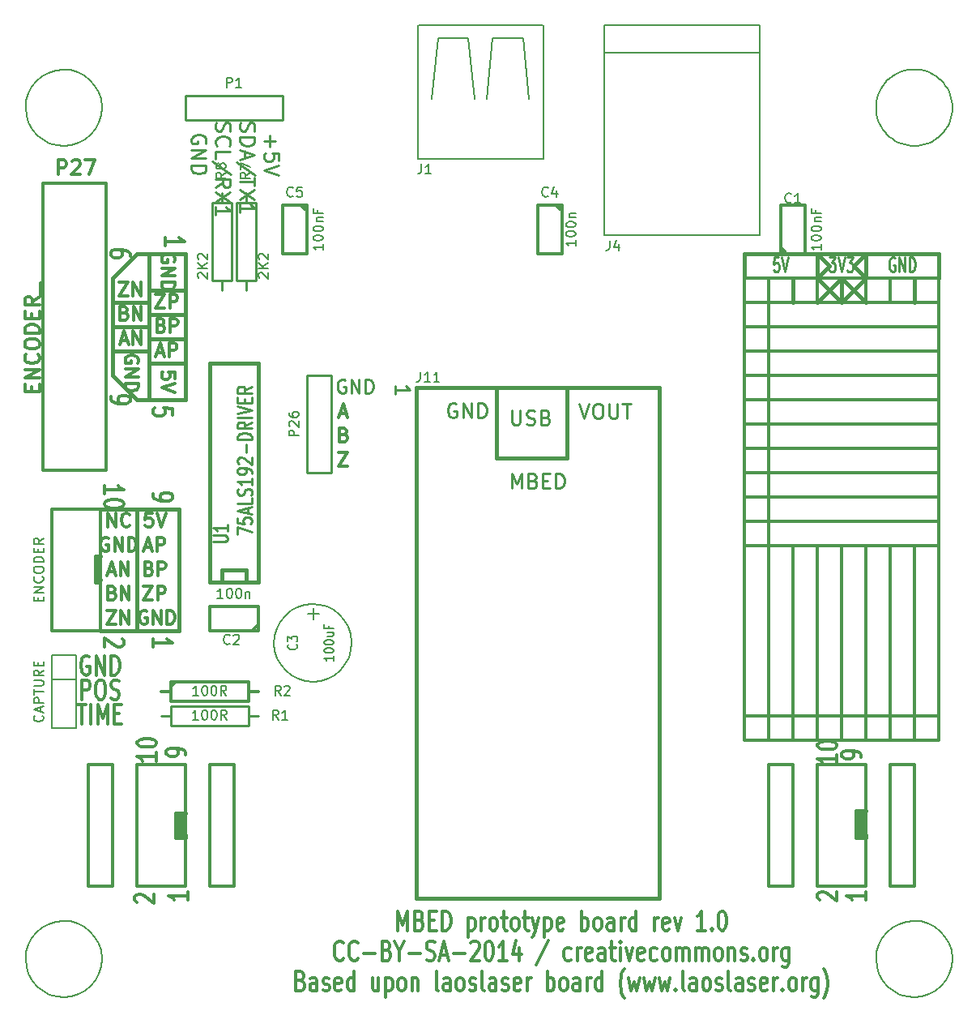
<source format=gto>
G04 (created by PCBNEW-RS274X (2012-01-19 BZR 3256)-stable) date 5/12/2014 21:22:13*
G01*
G70*
G90*
%MOIN*%
G04 Gerber Fmt 3.4, Leading zero omitted, Abs format*
%FSLAX34Y34*%
G04 APERTURE LIST*
%ADD10C,0.006000*%
%ADD11C,0.012000*%
%ADD12C,0.015000*%
%ADD13C,0.009900*%
%ADD14C,0.010000*%
%ADD15C,0.007000*%
%ADD16C,0.005000*%
%ADD17C,0.008000*%
%ADD18C,0.011300*%
G04 APERTURE END LIST*
G54D10*
G54D11*
X45824Y-42614D02*
X45824Y-42957D01*
X45824Y-42785D02*
X45024Y-42785D01*
X45138Y-42842D01*
X45214Y-42900D01*
X45252Y-42957D01*
X45024Y-42243D02*
X45024Y-42186D01*
X45062Y-42129D01*
X45100Y-42100D01*
X45176Y-42071D01*
X45329Y-42043D01*
X45519Y-42043D01*
X45671Y-42071D01*
X45748Y-42100D01*
X45786Y-42129D01*
X45824Y-42186D01*
X45824Y-42243D01*
X45786Y-42300D01*
X45748Y-42329D01*
X45671Y-42357D01*
X45519Y-42386D01*
X45329Y-42386D01*
X45176Y-42357D01*
X45100Y-42329D01*
X45062Y-42300D01*
X45024Y-42243D01*
X46824Y-42714D02*
X46824Y-42599D01*
X46786Y-42542D01*
X46748Y-42514D01*
X46633Y-42456D01*
X46481Y-42428D01*
X46176Y-42428D01*
X46100Y-42456D01*
X46062Y-42485D01*
X46024Y-42542D01*
X46024Y-42656D01*
X46062Y-42714D01*
X46100Y-42742D01*
X46176Y-42771D01*
X46367Y-42771D01*
X46443Y-42742D01*
X46481Y-42714D01*
X46519Y-42656D01*
X46519Y-42542D01*
X46481Y-42485D01*
X46443Y-42456D01*
X46367Y-42428D01*
X45100Y-48571D02*
X45062Y-48542D01*
X45024Y-48485D01*
X45024Y-48342D01*
X45062Y-48285D01*
X45100Y-48256D01*
X45176Y-48228D01*
X45252Y-48228D01*
X45367Y-48256D01*
X45824Y-48599D01*
X45824Y-48228D01*
X47024Y-48228D02*
X47024Y-48571D01*
X47024Y-48399D02*
X46224Y-48399D01*
X46338Y-48456D01*
X46414Y-48514D01*
X46452Y-48571D01*
X17824Y-42514D02*
X17824Y-42857D01*
X17824Y-42685D02*
X17024Y-42685D01*
X17138Y-42742D01*
X17214Y-42800D01*
X17252Y-42857D01*
X17024Y-42143D02*
X17024Y-42086D01*
X17062Y-42029D01*
X17100Y-42000D01*
X17176Y-41971D01*
X17329Y-41943D01*
X17519Y-41943D01*
X17671Y-41971D01*
X17748Y-42000D01*
X17786Y-42029D01*
X17824Y-42086D01*
X17824Y-42143D01*
X17786Y-42200D01*
X17748Y-42229D01*
X17671Y-42257D01*
X17519Y-42286D01*
X17329Y-42286D01*
X17176Y-42257D01*
X17100Y-42229D01*
X17062Y-42200D01*
X17024Y-42143D01*
X19024Y-42614D02*
X19024Y-42499D01*
X18986Y-42442D01*
X18948Y-42414D01*
X18833Y-42356D01*
X18681Y-42328D01*
X18376Y-42328D01*
X18300Y-42356D01*
X18262Y-42385D01*
X18224Y-42442D01*
X18224Y-42556D01*
X18262Y-42614D01*
X18300Y-42642D01*
X18376Y-42671D01*
X18567Y-42671D01*
X18643Y-42642D01*
X18681Y-42614D01*
X18719Y-42556D01*
X18719Y-42442D01*
X18681Y-42385D01*
X18643Y-42356D01*
X18567Y-42328D01*
X17000Y-48671D02*
X16962Y-48642D01*
X16924Y-48585D01*
X16924Y-48442D01*
X16962Y-48385D01*
X17000Y-48356D01*
X17076Y-48328D01*
X17152Y-48328D01*
X17267Y-48356D01*
X17724Y-48699D01*
X17724Y-48328D01*
X19124Y-48228D02*
X19124Y-48571D01*
X19124Y-48399D02*
X18324Y-48399D01*
X18438Y-48456D01*
X18514Y-48514D01*
X18552Y-48571D01*
G54D12*
X18600Y-46000D02*
X18700Y-46000D01*
X18600Y-45000D02*
X18600Y-46000D01*
X46700Y-45900D02*
X46800Y-45900D01*
X46700Y-45000D02*
X46700Y-45900D01*
X46900Y-45900D02*
X47000Y-45900D01*
X46900Y-45000D02*
X46900Y-45900D01*
X46800Y-45000D02*
X46800Y-46000D01*
X46600Y-46000D02*
X47000Y-46000D01*
X46600Y-44900D02*
X46600Y-46000D01*
X47000Y-44900D02*
X46600Y-44900D01*
X18900Y-45900D02*
X19000Y-45900D01*
X18900Y-45000D02*
X18900Y-45900D01*
X18800Y-45900D02*
X18900Y-45900D01*
X18800Y-45000D02*
X18800Y-45900D01*
X18700Y-46000D02*
X19000Y-46000D01*
X18700Y-45000D02*
X18700Y-46000D01*
X19000Y-45000D02*
X18700Y-45000D01*
X15450Y-35400D02*
X15500Y-35400D01*
X15450Y-34500D02*
X15450Y-35400D01*
X15300Y-35500D02*
X15450Y-35500D01*
X15300Y-34450D02*
X15300Y-35500D01*
X15500Y-34450D02*
X15300Y-34450D01*
G54D11*
X15926Y-27886D02*
X15926Y-28001D01*
X15964Y-28058D01*
X16002Y-28086D01*
X16117Y-28144D01*
X16269Y-28172D01*
X16574Y-28172D01*
X16650Y-28144D01*
X16688Y-28115D01*
X16726Y-28058D01*
X16726Y-27944D01*
X16688Y-27886D01*
X16650Y-27858D01*
X16574Y-27829D01*
X16383Y-27829D01*
X16307Y-27858D01*
X16269Y-27886D01*
X16231Y-27944D01*
X16231Y-28058D01*
X16269Y-28115D01*
X16307Y-28144D01*
X16383Y-28172D01*
X16726Y-22115D02*
X16726Y-22001D01*
X16688Y-21944D01*
X16650Y-21915D01*
X16536Y-21858D01*
X16383Y-21829D01*
X16079Y-21829D01*
X16002Y-21858D01*
X15964Y-21886D01*
X15926Y-21944D01*
X15926Y-22058D01*
X15964Y-22115D01*
X16002Y-22144D01*
X16079Y-22172D01*
X16269Y-22172D01*
X16345Y-22144D01*
X16383Y-22115D01*
X16421Y-22058D01*
X16421Y-21944D01*
X16383Y-21886D01*
X16345Y-21858D01*
X16269Y-21829D01*
X18476Y-28644D02*
X18476Y-28358D01*
X18095Y-28329D01*
X18133Y-28358D01*
X18171Y-28415D01*
X18171Y-28558D01*
X18133Y-28615D01*
X18095Y-28644D01*
X18019Y-28672D01*
X17829Y-28672D01*
X17752Y-28644D01*
X17714Y-28615D01*
X17676Y-28558D01*
X17676Y-28415D01*
X17714Y-28358D01*
X17752Y-28329D01*
X18176Y-21672D02*
X18176Y-21329D01*
X18176Y-21501D02*
X18976Y-21501D01*
X18862Y-21444D01*
X18786Y-21386D01*
X18748Y-21329D01*
X15676Y-31886D02*
X15676Y-31543D01*
X15676Y-31715D02*
X16476Y-31715D01*
X16362Y-31658D01*
X16286Y-31600D01*
X16248Y-31543D01*
X16476Y-32257D02*
X16476Y-32314D01*
X16438Y-32371D01*
X16400Y-32400D01*
X16324Y-32429D01*
X16171Y-32457D01*
X15981Y-32457D01*
X15829Y-32429D01*
X15752Y-32400D01*
X15714Y-32371D01*
X15676Y-32314D01*
X15676Y-32257D01*
X15714Y-32200D01*
X15752Y-32171D01*
X15829Y-32143D01*
X15981Y-32114D01*
X16171Y-32114D01*
X16324Y-32143D01*
X16400Y-32171D01*
X16438Y-32200D01*
X16476Y-32257D01*
X17676Y-31886D02*
X17676Y-32001D01*
X17714Y-32058D01*
X17752Y-32086D01*
X17867Y-32144D01*
X18019Y-32172D01*
X18324Y-32172D01*
X18400Y-32144D01*
X18438Y-32115D01*
X18476Y-32058D01*
X18476Y-31944D01*
X18438Y-31886D01*
X18400Y-31858D01*
X18324Y-31829D01*
X18133Y-31829D01*
X18057Y-31858D01*
X18019Y-31886D01*
X17981Y-31944D01*
X17981Y-32058D01*
X18019Y-32115D01*
X18057Y-32144D01*
X18133Y-32172D01*
X16400Y-37829D02*
X16438Y-37858D01*
X16476Y-37915D01*
X16476Y-38058D01*
X16438Y-38115D01*
X16400Y-38144D01*
X16324Y-38172D01*
X16248Y-38172D01*
X16133Y-38144D01*
X15676Y-37801D01*
X15676Y-38172D01*
X17676Y-38172D02*
X17676Y-37829D01*
X17676Y-38001D02*
X18476Y-38001D01*
X18362Y-37944D01*
X18286Y-37886D01*
X18248Y-37829D01*
G54D12*
X17500Y-26500D02*
X19000Y-26500D01*
X17500Y-25500D02*
X19000Y-25500D01*
X17500Y-26000D02*
X16000Y-26000D01*
X17500Y-25000D02*
X16000Y-25000D01*
X17500Y-24000D02*
X16000Y-24000D01*
X17500Y-24500D02*
X19000Y-24500D01*
X17500Y-23500D02*
X19000Y-23500D01*
X17500Y-22000D02*
X17500Y-28000D01*
X17000Y-28000D02*
X18000Y-28000D01*
X16000Y-27000D02*
X17000Y-28000D01*
X17000Y-22000D02*
X18000Y-22000D01*
X16000Y-23000D02*
X17000Y-22000D01*
X19000Y-28000D02*
X18000Y-28000D01*
X19000Y-22000D02*
X19000Y-28000D01*
X18000Y-22000D02*
X19000Y-22000D01*
X16000Y-23000D02*
X16500Y-22500D01*
X16000Y-27000D02*
X16000Y-23000D01*
G54D11*
X16278Y-23172D02*
X16645Y-23172D01*
X16278Y-23723D01*
X16645Y-23723D01*
X16855Y-23723D02*
X16855Y-23172D01*
X17170Y-23723D01*
X17170Y-23172D01*
X18552Y-22331D02*
X18578Y-22278D01*
X18578Y-22200D01*
X18552Y-22121D01*
X18500Y-22068D01*
X18447Y-22042D01*
X18342Y-22016D01*
X18264Y-22016D01*
X18159Y-22042D01*
X18106Y-22068D01*
X18054Y-22121D01*
X18027Y-22200D01*
X18027Y-22252D01*
X18054Y-22331D01*
X18080Y-22357D01*
X18264Y-22357D01*
X18264Y-22252D01*
X18027Y-22593D02*
X18578Y-22593D01*
X18027Y-22908D01*
X18578Y-22908D01*
X18027Y-23170D02*
X18578Y-23170D01*
X18578Y-23301D01*
X18552Y-23380D01*
X18500Y-23433D01*
X18447Y-23459D01*
X18342Y-23485D01*
X18264Y-23485D01*
X18159Y-23459D01*
X18106Y-23433D01*
X18054Y-23380D01*
X18027Y-23301D01*
X18027Y-23170D01*
X16355Y-25565D02*
X16617Y-25565D01*
X16302Y-25723D02*
X16486Y-25172D01*
X16670Y-25723D01*
X16853Y-25723D02*
X16853Y-25172D01*
X17168Y-25723D01*
X17168Y-25172D01*
X18578Y-27146D02*
X18578Y-26883D01*
X18316Y-26857D01*
X18342Y-26883D01*
X18369Y-26936D01*
X18369Y-27067D01*
X18342Y-27119D01*
X18316Y-27146D01*
X18264Y-27172D01*
X18132Y-27172D01*
X18080Y-27146D01*
X18054Y-27119D01*
X18027Y-27067D01*
X18027Y-26936D01*
X18054Y-26883D01*
X18080Y-26857D01*
X18578Y-27329D02*
X18027Y-27513D01*
X18578Y-27697D01*
X17791Y-23672D02*
X18158Y-23672D01*
X17791Y-24223D01*
X18158Y-24223D01*
X18368Y-24223D02*
X18368Y-23672D01*
X18578Y-23672D01*
X18631Y-23698D01*
X18657Y-23724D01*
X18683Y-23776D01*
X18683Y-23855D01*
X18657Y-23908D01*
X18631Y-23934D01*
X18578Y-23960D01*
X18368Y-23960D01*
X17052Y-26491D02*
X17078Y-26438D01*
X17078Y-26360D01*
X17052Y-26281D01*
X17000Y-26228D01*
X16947Y-26202D01*
X16842Y-26176D01*
X16764Y-26176D01*
X16659Y-26202D01*
X16606Y-26228D01*
X16554Y-26281D01*
X16527Y-26360D01*
X16527Y-26412D01*
X16554Y-26491D01*
X16580Y-26517D01*
X16764Y-26517D01*
X16764Y-26412D01*
X16527Y-26753D02*
X17078Y-26753D01*
X16527Y-27068D01*
X17078Y-27068D01*
X16527Y-27330D02*
X17078Y-27330D01*
X17078Y-27461D01*
X17052Y-27540D01*
X17000Y-27593D01*
X16947Y-27619D01*
X16842Y-27645D01*
X16764Y-27645D01*
X16659Y-27619D01*
X16606Y-27593D01*
X16554Y-27540D01*
X16527Y-27461D01*
X16527Y-27330D01*
X17844Y-26065D02*
X18106Y-26065D01*
X17791Y-26223D02*
X17975Y-25672D01*
X18159Y-26223D01*
X18342Y-26223D02*
X18342Y-25672D01*
X18552Y-25672D01*
X18605Y-25698D01*
X18631Y-25724D01*
X18657Y-25776D01*
X18657Y-25855D01*
X18631Y-25908D01*
X18605Y-25934D01*
X18552Y-25960D01*
X18342Y-25960D01*
X16501Y-24434D02*
X16580Y-24460D01*
X16606Y-24486D01*
X16632Y-24539D01*
X16632Y-24618D01*
X16606Y-24670D01*
X16580Y-24696D01*
X16527Y-24723D01*
X16317Y-24723D01*
X16317Y-24172D01*
X16501Y-24172D01*
X16553Y-24198D01*
X16580Y-24224D01*
X16606Y-24276D01*
X16606Y-24329D01*
X16580Y-24381D01*
X16553Y-24408D01*
X16501Y-24434D01*
X16317Y-24434D01*
X16868Y-24723D02*
X16868Y-24172D01*
X17183Y-24723D01*
X17183Y-24172D01*
X18014Y-24934D02*
X18093Y-24960D01*
X18119Y-24986D01*
X18145Y-25039D01*
X18145Y-25118D01*
X18119Y-25170D01*
X18093Y-25196D01*
X18040Y-25223D01*
X17830Y-25223D01*
X17830Y-24672D01*
X18014Y-24672D01*
X18066Y-24698D01*
X18093Y-24724D01*
X18119Y-24776D01*
X18119Y-24829D01*
X18093Y-24881D01*
X18066Y-24908D01*
X18014Y-24934D01*
X17830Y-24934D01*
X18381Y-25223D02*
X18381Y-24672D01*
X18591Y-24672D01*
X18644Y-24698D01*
X18670Y-24724D01*
X18696Y-24776D01*
X18696Y-24855D01*
X18670Y-24908D01*
X18644Y-24934D01*
X18591Y-24960D01*
X18381Y-24960D01*
X14743Y-40324D02*
X14743Y-39524D01*
X14971Y-39524D01*
X15029Y-39562D01*
X15057Y-39600D01*
X15086Y-39676D01*
X15086Y-39790D01*
X15057Y-39867D01*
X15029Y-39905D01*
X14971Y-39943D01*
X14743Y-39943D01*
X15457Y-39524D02*
X15571Y-39524D01*
X15629Y-39562D01*
X15686Y-39638D01*
X15714Y-39790D01*
X15714Y-40057D01*
X15686Y-40210D01*
X15629Y-40286D01*
X15571Y-40324D01*
X15457Y-40324D01*
X15400Y-40286D01*
X15343Y-40210D01*
X15314Y-40057D01*
X15314Y-39790D01*
X15343Y-39638D01*
X15400Y-39562D01*
X15457Y-39524D01*
X15943Y-40286D02*
X16029Y-40324D01*
X16172Y-40324D01*
X16229Y-40286D01*
X16258Y-40248D01*
X16286Y-40171D01*
X16286Y-40095D01*
X16258Y-40019D01*
X16229Y-39981D01*
X16172Y-39943D01*
X16058Y-39905D01*
X16000Y-39867D01*
X15972Y-39829D01*
X15943Y-39752D01*
X15943Y-39676D01*
X15972Y-39600D01*
X16000Y-39562D01*
X16058Y-39524D01*
X16200Y-39524D01*
X16286Y-39562D01*
X14571Y-40524D02*
X14914Y-40524D01*
X14743Y-41324D02*
X14743Y-40524D01*
X15114Y-41324D02*
X15114Y-40524D01*
X15400Y-41324D02*
X15400Y-40524D01*
X15600Y-41095D01*
X15800Y-40524D01*
X15800Y-41324D01*
X16086Y-40905D02*
X16286Y-40905D01*
X16372Y-41324D02*
X16086Y-41324D01*
X16086Y-40524D01*
X16372Y-40524D01*
G54D12*
X17000Y-32500D02*
X17000Y-37500D01*
X18750Y-37500D02*
X15500Y-37500D01*
X18750Y-32500D02*
X18750Y-37500D01*
X15500Y-32500D02*
X18750Y-32500D01*
G54D11*
X15831Y-33698D02*
X15778Y-33672D01*
X15700Y-33672D01*
X15621Y-33698D01*
X15568Y-33750D01*
X15542Y-33803D01*
X15516Y-33908D01*
X15516Y-33986D01*
X15542Y-34091D01*
X15568Y-34144D01*
X15621Y-34196D01*
X15700Y-34223D01*
X15752Y-34223D01*
X15831Y-34196D01*
X15857Y-34170D01*
X15857Y-33986D01*
X15752Y-33986D01*
X16093Y-34223D02*
X16093Y-33672D01*
X16408Y-34223D01*
X16408Y-33672D01*
X16670Y-34223D02*
X16670Y-33672D01*
X16801Y-33672D01*
X16880Y-33698D01*
X16933Y-33750D01*
X16959Y-33803D01*
X16985Y-33908D01*
X16985Y-33986D01*
X16959Y-34091D01*
X16933Y-34144D01*
X16880Y-34196D01*
X16801Y-34223D01*
X16670Y-34223D01*
X15817Y-33223D02*
X15817Y-32672D01*
X16132Y-33223D01*
X16132Y-32672D01*
X16709Y-33170D02*
X16683Y-33196D01*
X16604Y-33223D01*
X16552Y-33223D01*
X16473Y-33196D01*
X16420Y-33144D01*
X16394Y-33091D01*
X16368Y-32986D01*
X16368Y-32908D01*
X16394Y-32803D01*
X16420Y-32750D01*
X16473Y-32698D01*
X16552Y-32672D01*
X16604Y-32672D01*
X16683Y-32698D01*
X16709Y-32724D01*
X17420Y-36698D02*
X17367Y-36672D01*
X17289Y-36672D01*
X17210Y-36698D01*
X17157Y-36750D01*
X17131Y-36803D01*
X17105Y-36908D01*
X17105Y-36986D01*
X17131Y-37091D01*
X17157Y-37144D01*
X17210Y-37196D01*
X17289Y-37223D01*
X17341Y-37223D01*
X17420Y-37196D01*
X17446Y-37170D01*
X17446Y-36986D01*
X17341Y-36986D01*
X17682Y-37223D02*
X17682Y-36672D01*
X17997Y-37223D01*
X17997Y-36672D01*
X18259Y-37223D02*
X18259Y-36672D01*
X18390Y-36672D01*
X18469Y-36698D01*
X18522Y-36750D01*
X18548Y-36803D01*
X18574Y-36908D01*
X18574Y-36986D01*
X18548Y-37091D01*
X18522Y-37144D01*
X18469Y-37196D01*
X18390Y-37223D01*
X18259Y-37223D01*
X17291Y-35672D02*
X17658Y-35672D01*
X17291Y-36223D01*
X17658Y-36223D01*
X17868Y-36223D02*
X17868Y-35672D01*
X18078Y-35672D01*
X18131Y-35698D01*
X18157Y-35724D01*
X18183Y-35776D01*
X18183Y-35855D01*
X18157Y-35908D01*
X18131Y-35934D01*
X18078Y-35960D01*
X17868Y-35960D01*
X17514Y-34934D02*
X17593Y-34960D01*
X17619Y-34986D01*
X17645Y-35039D01*
X17645Y-35118D01*
X17619Y-35170D01*
X17593Y-35196D01*
X17540Y-35223D01*
X17330Y-35223D01*
X17330Y-34672D01*
X17514Y-34672D01*
X17566Y-34698D01*
X17593Y-34724D01*
X17619Y-34776D01*
X17619Y-34829D01*
X17593Y-34881D01*
X17566Y-34908D01*
X17514Y-34934D01*
X17330Y-34934D01*
X17881Y-35223D02*
X17881Y-34672D01*
X18091Y-34672D01*
X18144Y-34698D01*
X18170Y-34724D01*
X18196Y-34776D01*
X18196Y-34855D01*
X18170Y-34908D01*
X18144Y-34934D01*
X18091Y-34960D01*
X17881Y-34960D01*
X17344Y-34065D02*
X17606Y-34065D01*
X17291Y-34223D02*
X17475Y-33672D01*
X17659Y-34223D01*
X17842Y-34223D02*
X17842Y-33672D01*
X18052Y-33672D01*
X18105Y-33698D01*
X18131Y-33724D01*
X18157Y-33776D01*
X18157Y-33855D01*
X18131Y-33908D01*
X18105Y-33934D01*
X18052Y-33960D01*
X17842Y-33960D01*
X17646Y-32672D02*
X17383Y-32672D01*
X17357Y-32934D01*
X17383Y-32908D01*
X17436Y-32881D01*
X17567Y-32881D01*
X17619Y-32908D01*
X17646Y-32934D01*
X17672Y-32986D01*
X17672Y-33118D01*
X17646Y-33170D01*
X17619Y-33196D01*
X17567Y-33223D01*
X17436Y-33223D01*
X17383Y-33196D01*
X17357Y-33170D01*
X17829Y-32672D02*
X18013Y-33223D01*
X18197Y-32672D01*
X15778Y-36672D02*
X16145Y-36672D01*
X15778Y-37223D01*
X16145Y-37223D01*
X16355Y-37223D02*
X16355Y-36672D01*
X16670Y-37223D01*
X16670Y-36672D01*
X16001Y-35934D02*
X16080Y-35960D01*
X16106Y-35986D01*
X16132Y-36039D01*
X16132Y-36118D01*
X16106Y-36170D01*
X16080Y-36196D01*
X16027Y-36223D01*
X15817Y-36223D01*
X15817Y-35672D01*
X16001Y-35672D01*
X16053Y-35698D01*
X16080Y-35724D01*
X16106Y-35776D01*
X16106Y-35829D01*
X16080Y-35881D01*
X16053Y-35908D01*
X16001Y-35934D01*
X15817Y-35934D01*
X16368Y-36223D02*
X16368Y-35672D01*
X16683Y-36223D01*
X16683Y-35672D01*
X15831Y-35065D02*
X16093Y-35065D01*
X15778Y-35223D02*
X15962Y-34672D01*
X16146Y-35223D01*
X16329Y-35223D02*
X16329Y-34672D01*
X16644Y-35223D01*
X16644Y-34672D01*
X25317Y-30172D02*
X25684Y-30172D01*
X25317Y-30723D01*
X25684Y-30723D01*
X25540Y-29434D02*
X25619Y-29460D01*
X25645Y-29486D01*
X25671Y-29539D01*
X25671Y-29618D01*
X25645Y-29670D01*
X25619Y-29696D01*
X25566Y-29723D01*
X25356Y-29723D01*
X25356Y-29172D01*
X25540Y-29172D01*
X25592Y-29198D01*
X25619Y-29224D01*
X25645Y-29276D01*
X25645Y-29329D01*
X25619Y-29381D01*
X25592Y-29408D01*
X25540Y-29434D01*
X25356Y-29434D01*
X25369Y-28565D02*
X25631Y-28565D01*
X25316Y-28723D02*
X25500Y-28172D01*
X25684Y-28723D01*
G54D13*
X25581Y-27198D02*
X25528Y-27172D01*
X25450Y-27172D01*
X25371Y-27198D01*
X25318Y-27250D01*
X25292Y-27303D01*
X25266Y-27408D01*
X25266Y-27486D01*
X25292Y-27591D01*
X25318Y-27644D01*
X25371Y-27696D01*
X25450Y-27723D01*
X25502Y-27723D01*
X25581Y-27696D01*
X25607Y-27670D01*
X25607Y-27486D01*
X25502Y-27486D01*
X25843Y-27723D02*
X25843Y-27172D01*
X26158Y-27723D01*
X26158Y-27172D01*
X26420Y-27723D02*
X26420Y-27172D01*
X26551Y-27172D01*
X26630Y-27198D01*
X26683Y-27250D01*
X26709Y-27303D01*
X26735Y-27408D01*
X26735Y-27486D01*
X26709Y-27591D01*
X26683Y-27644D01*
X26630Y-27696D01*
X26551Y-27723D01*
X26420Y-27723D01*
G54D12*
X44000Y-23000D02*
X44000Y-24000D01*
X49000Y-23000D02*
X49000Y-24000D01*
X47000Y-23000D02*
X46000Y-24000D01*
X46000Y-23000D02*
X47000Y-24000D01*
X45000Y-24000D02*
X46000Y-23000D01*
X45000Y-23000D02*
X46000Y-24000D01*
X45500Y-22500D02*
X45000Y-22000D01*
X47000Y-23000D02*
X46500Y-22500D01*
X47000Y-22000D02*
X46500Y-22500D01*
X45000Y-23000D02*
X45500Y-22500D01*
X45000Y-23000D02*
X45000Y-22000D01*
X46000Y-23000D02*
X46000Y-24000D01*
X42000Y-22000D02*
X50000Y-22000D01*
X42000Y-22000D02*
X42000Y-23000D01*
X50000Y-22000D02*
X50000Y-23000D01*
X47000Y-22000D02*
X47000Y-23000D01*
G54D11*
X27758Y-49824D02*
X27758Y-49024D01*
X27958Y-49595D01*
X28158Y-49024D01*
X28158Y-49824D01*
X28644Y-49405D02*
X28730Y-49443D01*
X28758Y-49481D01*
X28787Y-49557D01*
X28787Y-49671D01*
X28758Y-49748D01*
X28730Y-49786D01*
X28672Y-49824D01*
X28444Y-49824D01*
X28444Y-49024D01*
X28644Y-49024D01*
X28701Y-49062D01*
X28730Y-49100D01*
X28758Y-49176D01*
X28758Y-49252D01*
X28730Y-49329D01*
X28701Y-49367D01*
X28644Y-49405D01*
X28444Y-49405D01*
X29044Y-49405D02*
X29244Y-49405D01*
X29330Y-49824D02*
X29044Y-49824D01*
X29044Y-49024D01*
X29330Y-49024D01*
X29587Y-49824D02*
X29587Y-49024D01*
X29730Y-49024D01*
X29815Y-49062D01*
X29873Y-49138D01*
X29901Y-49214D01*
X29930Y-49367D01*
X29930Y-49481D01*
X29901Y-49633D01*
X29873Y-49710D01*
X29815Y-49786D01*
X29730Y-49824D01*
X29587Y-49824D01*
X30644Y-49290D02*
X30644Y-50090D01*
X30644Y-49329D02*
X30701Y-49290D01*
X30815Y-49290D01*
X30872Y-49329D01*
X30901Y-49367D01*
X30930Y-49443D01*
X30930Y-49671D01*
X30901Y-49748D01*
X30872Y-49786D01*
X30815Y-49824D01*
X30701Y-49824D01*
X30644Y-49786D01*
X31187Y-49824D02*
X31187Y-49290D01*
X31187Y-49443D02*
X31215Y-49367D01*
X31244Y-49329D01*
X31301Y-49290D01*
X31358Y-49290D01*
X31644Y-49824D02*
X31586Y-49786D01*
X31558Y-49748D01*
X31529Y-49671D01*
X31529Y-49443D01*
X31558Y-49367D01*
X31586Y-49329D01*
X31644Y-49290D01*
X31729Y-49290D01*
X31786Y-49329D01*
X31815Y-49367D01*
X31844Y-49443D01*
X31844Y-49671D01*
X31815Y-49748D01*
X31786Y-49786D01*
X31729Y-49824D01*
X31644Y-49824D01*
X32015Y-49290D02*
X32244Y-49290D01*
X32101Y-49024D02*
X32101Y-49710D01*
X32129Y-49786D01*
X32187Y-49824D01*
X32244Y-49824D01*
X32530Y-49824D02*
X32472Y-49786D01*
X32444Y-49748D01*
X32415Y-49671D01*
X32415Y-49443D01*
X32444Y-49367D01*
X32472Y-49329D01*
X32530Y-49290D01*
X32615Y-49290D01*
X32672Y-49329D01*
X32701Y-49367D01*
X32730Y-49443D01*
X32730Y-49671D01*
X32701Y-49748D01*
X32672Y-49786D01*
X32615Y-49824D01*
X32530Y-49824D01*
X32901Y-49290D02*
X33130Y-49290D01*
X32987Y-49024D02*
X32987Y-49710D01*
X33015Y-49786D01*
X33073Y-49824D01*
X33130Y-49824D01*
X33273Y-49290D02*
X33416Y-49824D01*
X33558Y-49290D02*
X33416Y-49824D01*
X33358Y-50014D01*
X33330Y-50052D01*
X33273Y-50090D01*
X33787Y-49290D02*
X33787Y-50090D01*
X33787Y-49329D02*
X33844Y-49290D01*
X33958Y-49290D01*
X34015Y-49329D01*
X34044Y-49367D01*
X34073Y-49443D01*
X34073Y-49671D01*
X34044Y-49748D01*
X34015Y-49786D01*
X33958Y-49824D01*
X33844Y-49824D01*
X33787Y-49786D01*
X34558Y-49786D02*
X34501Y-49824D01*
X34387Y-49824D01*
X34330Y-49786D01*
X34301Y-49710D01*
X34301Y-49405D01*
X34330Y-49329D01*
X34387Y-49290D01*
X34501Y-49290D01*
X34558Y-49329D01*
X34587Y-49405D01*
X34587Y-49481D01*
X34301Y-49557D01*
X35301Y-49824D02*
X35301Y-49024D01*
X35301Y-49329D02*
X35358Y-49290D01*
X35472Y-49290D01*
X35529Y-49329D01*
X35558Y-49367D01*
X35587Y-49443D01*
X35587Y-49671D01*
X35558Y-49748D01*
X35529Y-49786D01*
X35472Y-49824D01*
X35358Y-49824D01*
X35301Y-49786D01*
X35930Y-49824D02*
X35872Y-49786D01*
X35844Y-49748D01*
X35815Y-49671D01*
X35815Y-49443D01*
X35844Y-49367D01*
X35872Y-49329D01*
X35930Y-49290D01*
X36015Y-49290D01*
X36072Y-49329D01*
X36101Y-49367D01*
X36130Y-49443D01*
X36130Y-49671D01*
X36101Y-49748D01*
X36072Y-49786D01*
X36015Y-49824D01*
X35930Y-49824D01*
X36644Y-49824D02*
X36644Y-49405D01*
X36615Y-49329D01*
X36558Y-49290D01*
X36444Y-49290D01*
X36387Y-49329D01*
X36644Y-49786D02*
X36587Y-49824D01*
X36444Y-49824D01*
X36387Y-49786D01*
X36358Y-49710D01*
X36358Y-49633D01*
X36387Y-49557D01*
X36444Y-49519D01*
X36587Y-49519D01*
X36644Y-49481D01*
X36930Y-49824D02*
X36930Y-49290D01*
X36930Y-49443D02*
X36958Y-49367D01*
X36987Y-49329D01*
X37044Y-49290D01*
X37101Y-49290D01*
X37558Y-49824D02*
X37558Y-49024D01*
X37558Y-49786D02*
X37501Y-49824D01*
X37387Y-49824D01*
X37329Y-49786D01*
X37301Y-49748D01*
X37272Y-49671D01*
X37272Y-49443D01*
X37301Y-49367D01*
X37329Y-49329D01*
X37387Y-49290D01*
X37501Y-49290D01*
X37558Y-49329D01*
X38301Y-49824D02*
X38301Y-49290D01*
X38301Y-49443D02*
X38329Y-49367D01*
X38358Y-49329D01*
X38415Y-49290D01*
X38472Y-49290D01*
X38900Y-49786D02*
X38843Y-49824D01*
X38729Y-49824D01*
X38672Y-49786D01*
X38643Y-49710D01*
X38643Y-49405D01*
X38672Y-49329D01*
X38729Y-49290D01*
X38843Y-49290D01*
X38900Y-49329D01*
X38929Y-49405D01*
X38929Y-49481D01*
X38643Y-49557D01*
X39129Y-49290D02*
X39272Y-49824D01*
X39414Y-49290D01*
X40414Y-49824D02*
X40071Y-49824D01*
X40243Y-49824D02*
X40243Y-49024D01*
X40186Y-49138D01*
X40128Y-49214D01*
X40071Y-49252D01*
X40671Y-49748D02*
X40699Y-49786D01*
X40671Y-49824D01*
X40642Y-49786D01*
X40671Y-49748D01*
X40671Y-49824D01*
X41071Y-49024D02*
X41128Y-49024D01*
X41185Y-49062D01*
X41214Y-49100D01*
X41243Y-49176D01*
X41271Y-49329D01*
X41271Y-49519D01*
X41243Y-49671D01*
X41214Y-49748D01*
X41185Y-49786D01*
X41128Y-49824D01*
X41071Y-49824D01*
X41014Y-49786D01*
X40985Y-49748D01*
X40957Y-49671D01*
X40928Y-49519D01*
X40928Y-49329D01*
X40957Y-49176D01*
X40985Y-49100D01*
X41014Y-49062D01*
X41071Y-49024D01*
X25502Y-50988D02*
X25473Y-51026D01*
X25387Y-51064D01*
X25330Y-51064D01*
X25245Y-51026D01*
X25187Y-50950D01*
X25159Y-50873D01*
X25130Y-50721D01*
X25130Y-50607D01*
X25159Y-50454D01*
X25187Y-50378D01*
X25245Y-50302D01*
X25330Y-50264D01*
X25387Y-50264D01*
X25473Y-50302D01*
X25502Y-50340D01*
X26102Y-50988D02*
X26073Y-51026D01*
X25987Y-51064D01*
X25930Y-51064D01*
X25845Y-51026D01*
X25787Y-50950D01*
X25759Y-50873D01*
X25730Y-50721D01*
X25730Y-50607D01*
X25759Y-50454D01*
X25787Y-50378D01*
X25845Y-50302D01*
X25930Y-50264D01*
X25987Y-50264D01*
X26073Y-50302D01*
X26102Y-50340D01*
X26359Y-50759D02*
X26816Y-50759D01*
X27302Y-50645D02*
X27388Y-50683D01*
X27416Y-50721D01*
X27445Y-50797D01*
X27445Y-50911D01*
X27416Y-50988D01*
X27388Y-51026D01*
X27330Y-51064D01*
X27102Y-51064D01*
X27102Y-50264D01*
X27302Y-50264D01*
X27359Y-50302D01*
X27388Y-50340D01*
X27416Y-50416D01*
X27416Y-50492D01*
X27388Y-50569D01*
X27359Y-50607D01*
X27302Y-50645D01*
X27102Y-50645D01*
X27816Y-50683D02*
X27816Y-51064D01*
X27616Y-50264D02*
X27816Y-50683D01*
X28016Y-50264D01*
X28216Y-50759D02*
X28673Y-50759D01*
X28930Y-51026D02*
X29016Y-51064D01*
X29159Y-51064D01*
X29216Y-51026D01*
X29245Y-50988D01*
X29273Y-50911D01*
X29273Y-50835D01*
X29245Y-50759D01*
X29216Y-50721D01*
X29159Y-50683D01*
X29045Y-50645D01*
X28987Y-50607D01*
X28959Y-50569D01*
X28930Y-50492D01*
X28930Y-50416D01*
X28959Y-50340D01*
X28987Y-50302D01*
X29045Y-50264D01*
X29187Y-50264D01*
X29273Y-50302D01*
X29501Y-50835D02*
X29787Y-50835D01*
X29444Y-51064D02*
X29644Y-50264D01*
X29844Y-51064D01*
X30044Y-50759D02*
X30501Y-50759D01*
X30758Y-50340D02*
X30787Y-50302D01*
X30844Y-50264D01*
X30987Y-50264D01*
X31044Y-50302D01*
X31073Y-50340D01*
X31101Y-50416D01*
X31101Y-50492D01*
X31073Y-50607D01*
X30730Y-51064D01*
X31101Y-51064D01*
X31472Y-50264D02*
X31529Y-50264D01*
X31586Y-50302D01*
X31615Y-50340D01*
X31644Y-50416D01*
X31672Y-50569D01*
X31672Y-50759D01*
X31644Y-50911D01*
X31615Y-50988D01*
X31586Y-51026D01*
X31529Y-51064D01*
X31472Y-51064D01*
X31415Y-51026D01*
X31386Y-50988D01*
X31358Y-50911D01*
X31329Y-50759D01*
X31329Y-50569D01*
X31358Y-50416D01*
X31386Y-50340D01*
X31415Y-50302D01*
X31472Y-50264D01*
X32243Y-51064D02*
X31900Y-51064D01*
X32072Y-51064D02*
X32072Y-50264D01*
X32015Y-50378D01*
X31957Y-50454D01*
X31900Y-50492D01*
X32757Y-50530D02*
X32757Y-51064D01*
X32614Y-50226D02*
X32471Y-50797D01*
X32843Y-50797D01*
X33956Y-50226D02*
X33442Y-51254D01*
X34871Y-51026D02*
X34814Y-51064D01*
X34700Y-51064D01*
X34642Y-51026D01*
X34614Y-50988D01*
X34585Y-50911D01*
X34585Y-50683D01*
X34614Y-50607D01*
X34642Y-50569D01*
X34700Y-50530D01*
X34814Y-50530D01*
X34871Y-50569D01*
X35128Y-51064D02*
X35128Y-50530D01*
X35128Y-50683D02*
X35156Y-50607D01*
X35185Y-50569D01*
X35242Y-50530D01*
X35299Y-50530D01*
X35727Y-51026D02*
X35670Y-51064D01*
X35556Y-51064D01*
X35499Y-51026D01*
X35470Y-50950D01*
X35470Y-50645D01*
X35499Y-50569D01*
X35556Y-50530D01*
X35670Y-50530D01*
X35727Y-50569D01*
X35756Y-50645D01*
X35756Y-50721D01*
X35470Y-50797D01*
X36270Y-51064D02*
X36270Y-50645D01*
X36241Y-50569D01*
X36184Y-50530D01*
X36070Y-50530D01*
X36013Y-50569D01*
X36270Y-51026D02*
X36213Y-51064D01*
X36070Y-51064D01*
X36013Y-51026D01*
X35984Y-50950D01*
X35984Y-50873D01*
X36013Y-50797D01*
X36070Y-50759D01*
X36213Y-50759D01*
X36270Y-50721D01*
X36470Y-50530D02*
X36699Y-50530D01*
X36556Y-50264D02*
X36556Y-50950D01*
X36584Y-51026D01*
X36642Y-51064D01*
X36699Y-51064D01*
X36899Y-51064D02*
X36899Y-50530D01*
X36899Y-50264D02*
X36870Y-50302D01*
X36899Y-50340D01*
X36927Y-50302D01*
X36899Y-50264D01*
X36899Y-50340D01*
X37128Y-50530D02*
X37271Y-51064D01*
X37413Y-50530D01*
X37870Y-51026D02*
X37813Y-51064D01*
X37699Y-51064D01*
X37642Y-51026D01*
X37613Y-50950D01*
X37613Y-50645D01*
X37642Y-50569D01*
X37699Y-50530D01*
X37813Y-50530D01*
X37870Y-50569D01*
X37899Y-50645D01*
X37899Y-50721D01*
X37613Y-50797D01*
X38413Y-51026D02*
X38356Y-51064D01*
X38242Y-51064D01*
X38184Y-51026D01*
X38156Y-50988D01*
X38127Y-50911D01*
X38127Y-50683D01*
X38156Y-50607D01*
X38184Y-50569D01*
X38242Y-50530D01*
X38356Y-50530D01*
X38413Y-50569D01*
X38756Y-51064D02*
X38698Y-51026D01*
X38670Y-50988D01*
X38641Y-50911D01*
X38641Y-50683D01*
X38670Y-50607D01*
X38698Y-50569D01*
X38756Y-50530D01*
X38841Y-50530D01*
X38898Y-50569D01*
X38927Y-50607D01*
X38956Y-50683D01*
X38956Y-50911D01*
X38927Y-50988D01*
X38898Y-51026D01*
X38841Y-51064D01*
X38756Y-51064D01*
X39213Y-51064D02*
X39213Y-50530D01*
X39213Y-50607D02*
X39241Y-50569D01*
X39299Y-50530D01*
X39384Y-50530D01*
X39441Y-50569D01*
X39470Y-50645D01*
X39470Y-51064D01*
X39470Y-50645D02*
X39499Y-50569D01*
X39556Y-50530D01*
X39641Y-50530D01*
X39699Y-50569D01*
X39727Y-50645D01*
X39727Y-51064D01*
X40013Y-51064D02*
X40013Y-50530D01*
X40013Y-50607D02*
X40041Y-50569D01*
X40099Y-50530D01*
X40184Y-50530D01*
X40241Y-50569D01*
X40270Y-50645D01*
X40270Y-51064D01*
X40270Y-50645D02*
X40299Y-50569D01*
X40356Y-50530D01*
X40441Y-50530D01*
X40499Y-50569D01*
X40527Y-50645D01*
X40527Y-51064D01*
X40899Y-51064D02*
X40841Y-51026D01*
X40813Y-50988D01*
X40784Y-50911D01*
X40784Y-50683D01*
X40813Y-50607D01*
X40841Y-50569D01*
X40899Y-50530D01*
X40984Y-50530D01*
X41041Y-50569D01*
X41070Y-50607D01*
X41099Y-50683D01*
X41099Y-50911D01*
X41070Y-50988D01*
X41041Y-51026D01*
X40984Y-51064D01*
X40899Y-51064D01*
X41356Y-50530D02*
X41356Y-51064D01*
X41356Y-50607D02*
X41384Y-50569D01*
X41442Y-50530D01*
X41527Y-50530D01*
X41584Y-50569D01*
X41613Y-50645D01*
X41613Y-51064D01*
X41870Y-51026D02*
X41927Y-51064D01*
X42042Y-51064D01*
X42099Y-51026D01*
X42127Y-50950D01*
X42127Y-50911D01*
X42099Y-50835D01*
X42042Y-50797D01*
X41956Y-50797D01*
X41899Y-50759D01*
X41870Y-50683D01*
X41870Y-50645D01*
X41899Y-50569D01*
X41956Y-50530D01*
X42042Y-50530D01*
X42099Y-50569D01*
X42385Y-50988D02*
X42413Y-51026D01*
X42385Y-51064D01*
X42356Y-51026D01*
X42385Y-50988D01*
X42385Y-51064D01*
X42757Y-51064D02*
X42699Y-51026D01*
X42671Y-50988D01*
X42642Y-50911D01*
X42642Y-50683D01*
X42671Y-50607D01*
X42699Y-50569D01*
X42757Y-50530D01*
X42842Y-50530D01*
X42899Y-50569D01*
X42928Y-50607D01*
X42957Y-50683D01*
X42957Y-50911D01*
X42928Y-50988D01*
X42899Y-51026D01*
X42842Y-51064D01*
X42757Y-51064D01*
X43214Y-51064D02*
X43214Y-50530D01*
X43214Y-50683D02*
X43242Y-50607D01*
X43271Y-50569D01*
X43328Y-50530D01*
X43385Y-50530D01*
X43842Y-50530D02*
X43842Y-51178D01*
X43813Y-51254D01*
X43785Y-51292D01*
X43728Y-51330D01*
X43642Y-51330D01*
X43585Y-51292D01*
X43842Y-51026D02*
X43785Y-51064D01*
X43671Y-51064D01*
X43613Y-51026D01*
X43585Y-50988D01*
X43556Y-50911D01*
X43556Y-50683D01*
X43585Y-50607D01*
X43613Y-50569D01*
X43671Y-50530D01*
X43785Y-50530D01*
X43842Y-50569D01*
X23757Y-51885D02*
X23843Y-51923D01*
X23871Y-51961D01*
X23900Y-52037D01*
X23900Y-52151D01*
X23871Y-52228D01*
X23843Y-52266D01*
X23785Y-52304D01*
X23557Y-52304D01*
X23557Y-51504D01*
X23757Y-51504D01*
X23814Y-51542D01*
X23843Y-51580D01*
X23871Y-51656D01*
X23871Y-51732D01*
X23843Y-51809D01*
X23814Y-51847D01*
X23757Y-51885D01*
X23557Y-51885D01*
X24414Y-52304D02*
X24414Y-51885D01*
X24385Y-51809D01*
X24328Y-51770D01*
X24214Y-51770D01*
X24157Y-51809D01*
X24414Y-52266D02*
X24357Y-52304D01*
X24214Y-52304D01*
X24157Y-52266D01*
X24128Y-52190D01*
X24128Y-52113D01*
X24157Y-52037D01*
X24214Y-51999D01*
X24357Y-51999D01*
X24414Y-51961D01*
X24671Y-52266D02*
X24728Y-52304D01*
X24843Y-52304D01*
X24900Y-52266D01*
X24928Y-52190D01*
X24928Y-52151D01*
X24900Y-52075D01*
X24843Y-52037D01*
X24757Y-52037D01*
X24700Y-51999D01*
X24671Y-51923D01*
X24671Y-51885D01*
X24700Y-51809D01*
X24757Y-51770D01*
X24843Y-51770D01*
X24900Y-51809D01*
X25414Y-52266D02*
X25357Y-52304D01*
X25243Y-52304D01*
X25186Y-52266D01*
X25157Y-52190D01*
X25157Y-51885D01*
X25186Y-51809D01*
X25243Y-51770D01*
X25357Y-51770D01*
X25414Y-51809D01*
X25443Y-51885D01*
X25443Y-51961D01*
X25157Y-52037D01*
X25957Y-52304D02*
X25957Y-51504D01*
X25957Y-52266D02*
X25900Y-52304D01*
X25786Y-52304D01*
X25728Y-52266D01*
X25700Y-52228D01*
X25671Y-52151D01*
X25671Y-51923D01*
X25700Y-51847D01*
X25728Y-51809D01*
X25786Y-51770D01*
X25900Y-51770D01*
X25957Y-51809D01*
X26957Y-51770D02*
X26957Y-52304D01*
X26700Y-51770D02*
X26700Y-52190D01*
X26728Y-52266D01*
X26786Y-52304D01*
X26871Y-52304D01*
X26928Y-52266D01*
X26957Y-52228D01*
X27243Y-51770D02*
X27243Y-52570D01*
X27243Y-51809D02*
X27300Y-51770D01*
X27414Y-51770D01*
X27471Y-51809D01*
X27500Y-51847D01*
X27529Y-51923D01*
X27529Y-52151D01*
X27500Y-52228D01*
X27471Y-52266D01*
X27414Y-52304D01*
X27300Y-52304D01*
X27243Y-52266D01*
X27872Y-52304D02*
X27814Y-52266D01*
X27786Y-52228D01*
X27757Y-52151D01*
X27757Y-51923D01*
X27786Y-51847D01*
X27814Y-51809D01*
X27872Y-51770D01*
X27957Y-51770D01*
X28014Y-51809D01*
X28043Y-51847D01*
X28072Y-51923D01*
X28072Y-52151D01*
X28043Y-52228D01*
X28014Y-52266D01*
X27957Y-52304D01*
X27872Y-52304D01*
X28329Y-51770D02*
X28329Y-52304D01*
X28329Y-51847D02*
X28357Y-51809D01*
X28415Y-51770D01*
X28500Y-51770D01*
X28557Y-51809D01*
X28586Y-51885D01*
X28586Y-52304D01*
X29415Y-52304D02*
X29357Y-52266D01*
X29329Y-52190D01*
X29329Y-51504D01*
X29900Y-52304D02*
X29900Y-51885D01*
X29871Y-51809D01*
X29814Y-51770D01*
X29700Y-51770D01*
X29643Y-51809D01*
X29900Y-52266D02*
X29843Y-52304D01*
X29700Y-52304D01*
X29643Y-52266D01*
X29614Y-52190D01*
X29614Y-52113D01*
X29643Y-52037D01*
X29700Y-51999D01*
X29843Y-51999D01*
X29900Y-51961D01*
X30272Y-52304D02*
X30214Y-52266D01*
X30186Y-52228D01*
X30157Y-52151D01*
X30157Y-51923D01*
X30186Y-51847D01*
X30214Y-51809D01*
X30272Y-51770D01*
X30357Y-51770D01*
X30414Y-51809D01*
X30443Y-51847D01*
X30472Y-51923D01*
X30472Y-52151D01*
X30443Y-52228D01*
X30414Y-52266D01*
X30357Y-52304D01*
X30272Y-52304D01*
X30700Y-52266D02*
X30757Y-52304D01*
X30872Y-52304D01*
X30929Y-52266D01*
X30957Y-52190D01*
X30957Y-52151D01*
X30929Y-52075D01*
X30872Y-52037D01*
X30786Y-52037D01*
X30729Y-51999D01*
X30700Y-51923D01*
X30700Y-51885D01*
X30729Y-51809D01*
X30786Y-51770D01*
X30872Y-51770D01*
X30929Y-51809D01*
X31301Y-52304D02*
X31243Y-52266D01*
X31215Y-52190D01*
X31215Y-51504D01*
X31786Y-52304D02*
X31786Y-51885D01*
X31757Y-51809D01*
X31700Y-51770D01*
X31586Y-51770D01*
X31529Y-51809D01*
X31786Y-52266D02*
X31729Y-52304D01*
X31586Y-52304D01*
X31529Y-52266D01*
X31500Y-52190D01*
X31500Y-52113D01*
X31529Y-52037D01*
X31586Y-51999D01*
X31729Y-51999D01*
X31786Y-51961D01*
X32043Y-52266D02*
X32100Y-52304D01*
X32215Y-52304D01*
X32272Y-52266D01*
X32300Y-52190D01*
X32300Y-52151D01*
X32272Y-52075D01*
X32215Y-52037D01*
X32129Y-52037D01*
X32072Y-51999D01*
X32043Y-51923D01*
X32043Y-51885D01*
X32072Y-51809D01*
X32129Y-51770D01*
X32215Y-51770D01*
X32272Y-51809D01*
X32786Y-52266D02*
X32729Y-52304D01*
X32615Y-52304D01*
X32558Y-52266D01*
X32529Y-52190D01*
X32529Y-51885D01*
X32558Y-51809D01*
X32615Y-51770D01*
X32729Y-51770D01*
X32786Y-51809D01*
X32815Y-51885D01*
X32815Y-51961D01*
X32529Y-52037D01*
X33072Y-52304D02*
X33072Y-51770D01*
X33072Y-51923D02*
X33100Y-51847D01*
X33129Y-51809D01*
X33186Y-51770D01*
X33243Y-51770D01*
X33900Y-52304D02*
X33900Y-51504D01*
X33900Y-51809D02*
X33957Y-51770D01*
X34071Y-51770D01*
X34128Y-51809D01*
X34157Y-51847D01*
X34186Y-51923D01*
X34186Y-52151D01*
X34157Y-52228D01*
X34128Y-52266D01*
X34071Y-52304D01*
X33957Y-52304D01*
X33900Y-52266D01*
X34529Y-52304D02*
X34471Y-52266D01*
X34443Y-52228D01*
X34414Y-52151D01*
X34414Y-51923D01*
X34443Y-51847D01*
X34471Y-51809D01*
X34529Y-51770D01*
X34614Y-51770D01*
X34671Y-51809D01*
X34700Y-51847D01*
X34729Y-51923D01*
X34729Y-52151D01*
X34700Y-52228D01*
X34671Y-52266D01*
X34614Y-52304D01*
X34529Y-52304D01*
X35243Y-52304D02*
X35243Y-51885D01*
X35214Y-51809D01*
X35157Y-51770D01*
X35043Y-51770D01*
X34986Y-51809D01*
X35243Y-52266D02*
X35186Y-52304D01*
X35043Y-52304D01*
X34986Y-52266D01*
X34957Y-52190D01*
X34957Y-52113D01*
X34986Y-52037D01*
X35043Y-51999D01*
X35186Y-51999D01*
X35243Y-51961D01*
X35529Y-52304D02*
X35529Y-51770D01*
X35529Y-51923D02*
X35557Y-51847D01*
X35586Y-51809D01*
X35643Y-51770D01*
X35700Y-51770D01*
X36157Y-52304D02*
X36157Y-51504D01*
X36157Y-52266D02*
X36100Y-52304D01*
X35986Y-52304D01*
X35928Y-52266D01*
X35900Y-52228D01*
X35871Y-52151D01*
X35871Y-51923D01*
X35900Y-51847D01*
X35928Y-51809D01*
X35986Y-51770D01*
X36100Y-51770D01*
X36157Y-51809D01*
X37071Y-52609D02*
X37043Y-52570D01*
X36986Y-52456D01*
X36957Y-52380D01*
X36928Y-52266D01*
X36900Y-52075D01*
X36900Y-51923D01*
X36928Y-51732D01*
X36957Y-51618D01*
X36986Y-51542D01*
X37043Y-51428D01*
X37071Y-51390D01*
X37243Y-51770D02*
X37357Y-52304D01*
X37471Y-51923D01*
X37586Y-52304D01*
X37700Y-51770D01*
X37872Y-51770D02*
X37986Y-52304D01*
X38100Y-51923D01*
X38215Y-52304D01*
X38329Y-51770D01*
X38501Y-51770D02*
X38615Y-52304D01*
X38729Y-51923D01*
X38844Y-52304D01*
X38958Y-51770D01*
X39187Y-52228D02*
X39215Y-52266D01*
X39187Y-52304D01*
X39158Y-52266D01*
X39187Y-52228D01*
X39187Y-52304D01*
X39559Y-52304D02*
X39501Y-52266D01*
X39473Y-52190D01*
X39473Y-51504D01*
X40044Y-52304D02*
X40044Y-51885D01*
X40015Y-51809D01*
X39958Y-51770D01*
X39844Y-51770D01*
X39787Y-51809D01*
X40044Y-52266D02*
X39987Y-52304D01*
X39844Y-52304D01*
X39787Y-52266D01*
X39758Y-52190D01*
X39758Y-52113D01*
X39787Y-52037D01*
X39844Y-51999D01*
X39987Y-51999D01*
X40044Y-51961D01*
X40416Y-52304D02*
X40358Y-52266D01*
X40330Y-52228D01*
X40301Y-52151D01*
X40301Y-51923D01*
X40330Y-51847D01*
X40358Y-51809D01*
X40416Y-51770D01*
X40501Y-51770D01*
X40558Y-51809D01*
X40587Y-51847D01*
X40616Y-51923D01*
X40616Y-52151D01*
X40587Y-52228D01*
X40558Y-52266D01*
X40501Y-52304D01*
X40416Y-52304D01*
X40844Y-52266D02*
X40901Y-52304D01*
X41016Y-52304D01*
X41073Y-52266D01*
X41101Y-52190D01*
X41101Y-52151D01*
X41073Y-52075D01*
X41016Y-52037D01*
X40930Y-52037D01*
X40873Y-51999D01*
X40844Y-51923D01*
X40844Y-51885D01*
X40873Y-51809D01*
X40930Y-51770D01*
X41016Y-51770D01*
X41073Y-51809D01*
X41445Y-52304D02*
X41387Y-52266D01*
X41359Y-52190D01*
X41359Y-51504D01*
X41930Y-52304D02*
X41930Y-51885D01*
X41901Y-51809D01*
X41844Y-51770D01*
X41730Y-51770D01*
X41673Y-51809D01*
X41930Y-52266D02*
X41873Y-52304D01*
X41730Y-52304D01*
X41673Y-52266D01*
X41644Y-52190D01*
X41644Y-52113D01*
X41673Y-52037D01*
X41730Y-51999D01*
X41873Y-51999D01*
X41930Y-51961D01*
X42187Y-52266D02*
X42244Y-52304D01*
X42359Y-52304D01*
X42416Y-52266D01*
X42444Y-52190D01*
X42444Y-52151D01*
X42416Y-52075D01*
X42359Y-52037D01*
X42273Y-52037D01*
X42216Y-51999D01*
X42187Y-51923D01*
X42187Y-51885D01*
X42216Y-51809D01*
X42273Y-51770D01*
X42359Y-51770D01*
X42416Y-51809D01*
X42930Y-52266D02*
X42873Y-52304D01*
X42759Y-52304D01*
X42702Y-52266D01*
X42673Y-52190D01*
X42673Y-51885D01*
X42702Y-51809D01*
X42759Y-51770D01*
X42873Y-51770D01*
X42930Y-51809D01*
X42959Y-51885D01*
X42959Y-51961D01*
X42673Y-52037D01*
X43216Y-52304D02*
X43216Y-51770D01*
X43216Y-51923D02*
X43244Y-51847D01*
X43273Y-51809D01*
X43330Y-51770D01*
X43387Y-51770D01*
X43587Y-52228D02*
X43615Y-52266D01*
X43587Y-52304D01*
X43558Y-52266D01*
X43587Y-52228D01*
X43587Y-52304D01*
X43959Y-52304D02*
X43901Y-52266D01*
X43873Y-52228D01*
X43844Y-52151D01*
X43844Y-51923D01*
X43873Y-51847D01*
X43901Y-51809D01*
X43959Y-51770D01*
X44044Y-51770D01*
X44101Y-51809D01*
X44130Y-51847D01*
X44159Y-51923D01*
X44159Y-52151D01*
X44130Y-52228D01*
X44101Y-52266D01*
X44044Y-52304D01*
X43959Y-52304D01*
X44416Y-52304D02*
X44416Y-51770D01*
X44416Y-51923D02*
X44444Y-51847D01*
X44473Y-51809D01*
X44530Y-51770D01*
X44587Y-51770D01*
X45044Y-51770D02*
X45044Y-52418D01*
X45015Y-52494D01*
X44987Y-52532D01*
X44930Y-52570D01*
X44844Y-52570D01*
X44787Y-52532D01*
X45044Y-52266D02*
X44987Y-52304D01*
X44873Y-52304D01*
X44815Y-52266D01*
X44787Y-52228D01*
X44758Y-52151D01*
X44758Y-51923D01*
X44787Y-51847D01*
X44815Y-51809D01*
X44873Y-51770D01*
X44987Y-51770D01*
X45044Y-51809D01*
X45273Y-52609D02*
X45301Y-52570D01*
X45358Y-52456D01*
X45387Y-52380D01*
X45416Y-52266D01*
X45444Y-52075D01*
X45444Y-51923D01*
X45416Y-51732D01*
X45387Y-51618D01*
X45358Y-51542D01*
X45301Y-51428D01*
X45273Y-51390D01*
X15043Y-38562D02*
X14986Y-38524D01*
X14900Y-38524D01*
X14815Y-38562D01*
X14757Y-38638D01*
X14729Y-38714D01*
X14700Y-38867D01*
X14700Y-38981D01*
X14729Y-39133D01*
X14757Y-39210D01*
X14815Y-39286D01*
X14900Y-39324D01*
X14957Y-39324D01*
X15043Y-39286D01*
X15072Y-39248D01*
X15072Y-38981D01*
X14957Y-38981D01*
X15329Y-39324D02*
X15329Y-38524D01*
X15672Y-39324D01*
X15672Y-38524D01*
X15958Y-39324D02*
X15958Y-38524D01*
X16101Y-38524D01*
X16186Y-38562D01*
X16244Y-38638D01*
X16272Y-38714D01*
X16301Y-38867D01*
X16301Y-38981D01*
X16272Y-39133D01*
X16244Y-39210D01*
X16186Y-39286D01*
X16101Y-39324D01*
X15958Y-39324D01*
G54D14*
X19829Y-17457D02*
X19857Y-17400D01*
X19857Y-17314D01*
X19829Y-17229D01*
X19771Y-17171D01*
X19714Y-17143D01*
X19600Y-17114D01*
X19514Y-17114D01*
X19400Y-17143D01*
X19343Y-17171D01*
X19286Y-17229D01*
X19257Y-17314D01*
X19257Y-17371D01*
X19286Y-17457D01*
X19314Y-17486D01*
X19514Y-17486D01*
X19514Y-17371D01*
X19257Y-17743D02*
X19857Y-17743D01*
X19257Y-18086D01*
X19857Y-18086D01*
X19257Y-18372D02*
X19857Y-18372D01*
X19857Y-18515D01*
X19829Y-18600D01*
X19771Y-18658D01*
X19714Y-18686D01*
X19600Y-18715D01*
X19514Y-18715D01*
X19400Y-18686D01*
X19343Y-18658D01*
X19286Y-18600D01*
X19257Y-18515D01*
X19257Y-18372D01*
X27657Y-27772D02*
X27657Y-27429D01*
X27657Y-27601D02*
X28257Y-27601D01*
X28171Y-27544D01*
X28114Y-27486D01*
X28086Y-27429D01*
X32443Y-28443D02*
X32443Y-28929D01*
X32471Y-28986D01*
X32500Y-29014D01*
X32557Y-29043D01*
X32671Y-29043D01*
X32729Y-29014D01*
X32757Y-28986D01*
X32786Y-28929D01*
X32786Y-28443D01*
X33043Y-29014D02*
X33129Y-29043D01*
X33272Y-29043D01*
X33329Y-29014D01*
X33358Y-28986D01*
X33386Y-28929D01*
X33386Y-28871D01*
X33358Y-28814D01*
X33329Y-28786D01*
X33272Y-28757D01*
X33158Y-28729D01*
X33100Y-28700D01*
X33072Y-28671D01*
X33043Y-28614D01*
X33043Y-28557D01*
X33072Y-28500D01*
X33100Y-28471D01*
X33158Y-28443D01*
X33300Y-28443D01*
X33386Y-28471D01*
X33843Y-28729D02*
X33929Y-28757D01*
X33957Y-28786D01*
X33986Y-28843D01*
X33986Y-28929D01*
X33957Y-28986D01*
X33929Y-29014D01*
X33871Y-29043D01*
X33643Y-29043D01*
X33643Y-28443D01*
X33843Y-28443D01*
X33900Y-28471D01*
X33929Y-28500D01*
X33957Y-28557D01*
X33957Y-28614D01*
X33929Y-28671D01*
X33900Y-28700D01*
X33843Y-28729D01*
X33643Y-28729D01*
G54D12*
X34700Y-30400D02*
X34700Y-27600D01*
X31800Y-30400D02*
X34700Y-30400D01*
X31800Y-27500D02*
X31800Y-30400D01*
G54D14*
X35218Y-28168D02*
X35418Y-28768D01*
X35618Y-28168D01*
X35932Y-28168D02*
X36046Y-28168D01*
X36104Y-28196D01*
X36161Y-28254D01*
X36189Y-28368D01*
X36189Y-28568D01*
X36161Y-28682D01*
X36104Y-28739D01*
X36046Y-28768D01*
X35932Y-28768D01*
X35875Y-28739D01*
X35818Y-28682D01*
X35789Y-28568D01*
X35789Y-28368D01*
X35818Y-28254D01*
X35875Y-28196D01*
X35932Y-28168D01*
X36447Y-28168D02*
X36447Y-28654D01*
X36475Y-28711D01*
X36504Y-28739D01*
X36561Y-28768D01*
X36675Y-28768D01*
X36733Y-28739D01*
X36761Y-28711D01*
X36790Y-28654D01*
X36790Y-28168D01*
X36990Y-28168D02*
X37333Y-28168D01*
X37162Y-28768D02*
X37162Y-28168D01*
X30143Y-28171D02*
X30086Y-28143D01*
X30000Y-28143D01*
X29915Y-28171D01*
X29857Y-28229D01*
X29829Y-28286D01*
X29800Y-28400D01*
X29800Y-28486D01*
X29829Y-28600D01*
X29857Y-28657D01*
X29915Y-28714D01*
X30000Y-28743D01*
X30057Y-28743D01*
X30143Y-28714D01*
X30172Y-28686D01*
X30172Y-28486D01*
X30057Y-28486D01*
X30429Y-28743D02*
X30429Y-28143D01*
X30772Y-28743D01*
X30772Y-28143D01*
X31058Y-28743D02*
X31058Y-28143D01*
X31201Y-28143D01*
X31286Y-28171D01*
X31344Y-28229D01*
X31372Y-28286D01*
X31401Y-28400D01*
X31401Y-28486D01*
X31372Y-28600D01*
X31344Y-28657D01*
X31286Y-28714D01*
X31201Y-28743D01*
X31058Y-28743D01*
X21286Y-16614D02*
X21257Y-16700D01*
X21257Y-16843D01*
X21286Y-16900D01*
X21314Y-16929D01*
X21371Y-16957D01*
X21429Y-16957D01*
X21486Y-16929D01*
X21514Y-16900D01*
X21543Y-16843D01*
X21571Y-16729D01*
X21600Y-16671D01*
X21629Y-16643D01*
X21686Y-16614D01*
X21743Y-16614D01*
X21800Y-16643D01*
X21829Y-16671D01*
X21857Y-16729D01*
X21857Y-16871D01*
X21829Y-16957D01*
X21257Y-17214D02*
X21857Y-17214D01*
X21857Y-17357D01*
X21829Y-17442D01*
X21771Y-17500D01*
X21714Y-17528D01*
X21600Y-17557D01*
X21514Y-17557D01*
X21400Y-17528D01*
X21343Y-17500D01*
X21286Y-17442D01*
X21257Y-17357D01*
X21257Y-17214D01*
X21429Y-17785D02*
X21429Y-18071D01*
X21257Y-17728D02*
X21857Y-17928D01*
X21257Y-18128D01*
X21886Y-18756D02*
X21114Y-18242D01*
X21857Y-18871D02*
X21857Y-19214D01*
X21257Y-19043D02*
X21857Y-19043D01*
X21857Y-19357D02*
X21257Y-19757D01*
X21857Y-19757D02*
X21257Y-19357D01*
X21257Y-20299D02*
X21257Y-19956D01*
X21257Y-20128D02*
X21857Y-20128D01*
X21771Y-20071D01*
X21714Y-20013D01*
X21686Y-19956D01*
X20286Y-16614D02*
X20257Y-16700D01*
X20257Y-16843D01*
X20286Y-16900D01*
X20314Y-16929D01*
X20371Y-16957D01*
X20429Y-16957D01*
X20486Y-16929D01*
X20514Y-16900D01*
X20543Y-16843D01*
X20571Y-16729D01*
X20600Y-16671D01*
X20629Y-16643D01*
X20686Y-16614D01*
X20743Y-16614D01*
X20800Y-16643D01*
X20829Y-16671D01*
X20857Y-16729D01*
X20857Y-16871D01*
X20829Y-16957D01*
X20314Y-17557D02*
X20286Y-17528D01*
X20257Y-17442D01*
X20257Y-17385D01*
X20286Y-17300D01*
X20343Y-17242D01*
X20400Y-17214D01*
X20514Y-17185D01*
X20600Y-17185D01*
X20714Y-17214D01*
X20771Y-17242D01*
X20829Y-17300D01*
X20857Y-17385D01*
X20857Y-17442D01*
X20829Y-17528D01*
X20800Y-17557D01*
X20257Y-18100D02*
X20257Y-17814D01*
X20857Y-17814D01*
X20886Y-18728D02*
X20114Y-18214D01*
X20257Y-19272D02*
X20543Y-19072D01*
X20257Y-18929D02*
X20857Y-18929D01*
X20857Y-19157D01*
X20829Y-19215D01*
X20800Y-19243D01*
X20743Y-19272D01*
X20657Y-19272D01*
X20600Y-19243D01*
X20571Y-19215D01*
X20543Y-19157D01*
X20543Y-18929D01*
X20857Y-19472D02*
X20257Y-19872D01*
X20857Y-19872D02*
X20257Y-19472D01*
X20257Y-20414D02*
X20257Y-20071D01*
X20257Y-20243D02*
X20857Y-20243D01*
X20771Y-20186D01*
X20714Y-20128D01*
X20686Y-20071D01*
X22486Y-17143D02*
X22486Y-17600D01*
X22257Y-17371D02*
X22714Y-17371D01*
X22857Y-18172D02*
X22857Y-17886D01*
X22571Y-17857D01*
X22600Y-17886D01*
X22629Y-17943D01*
X22629Y-18086D01*
X22600Y-18143D01*
X22571Y-18172D01*
X22514Y-18200D01*
X22371Y-18200D01*
X22314Y-18172D01*
X22286Y-18143D01*
X22257Y-18086D01*
X22257Y-17943D01*
X22286Y-17886D01*
X22314Y-17857D01*
X22857Y-18371D02*
X22257Y-18571D01*
X22857Y-18771D01*
X32429Y-31643D02*
X32429Y-31043D01*
X32629Y-31471D01*
X32829Y-31043D01*
X32829Y-31643D01*
X33315Y-31329D02*
X33401Y-31357D01*
X33429Y-31386D01*
X33458Y-31443D01*
X33458Y-31529D01*
X33429Y-31586D01*
X33401Y-31614D01*
X33343Y-31643D01*
X33115Y-31643D01*
X33115Y-31043D01*
X33315Y-31043D01*
X33372Y-31071D01*
X33401Y-31100D01*
X33429Y-31157D01*
X33429Y-31214D01*
X33401Y-31271D01*
X33372Y-31300D01*
X33315Y-31329D01*
X33115Y-31329D01*
X33715Y-31329D02*
X33915Y-31329D01*
X34001Y-31643D02*
X33715Y-31643D01*
X33715Y-31043D01*
X34001Y-31043D01*
X34258Y-31643D02*
X34258Y-31043D01*
X34401Y-31043D01*
X34486Y-31071D01*
X34544Y-31129D01*
X34572Y-31186D01*
X34601Y-31300D01*
X34601Y-31386D01*
X34572Y-31500D01*
X34544Y-31557D01*
X34486Y-31614D01*
X34401Y-31643D01*
X34258Y-31643D01*
G54D10*
X49000Y-17572D02*
X49137Y-17566D01*
X49273Y-17548D01*
X49407Y-17518D01*
X49538Y-17477D01*
X49665Y-17424D01*
X49787Y-17360D01*
X49903Y-17287D01*
X50012Y-17203D01*
X50113Y-17110D01*
X50206Y-17009D01*
X50290Y-16900D01*
X50363Y-16784D01*
X50427Y-16662D01*
X50480Y-16535D01*
X50521Y-16404D01*
X50551Y-16270D01*
X50569Y-16134D01*
X50575Y-15997D01*
X50575Y-16000D02*
X50569Y-15863D01*
X50551Y-15727D01*
X50521Y-15593D01*
X50480Y-15462D01*
X50427Y-15335D01*
X50363Y-15213D01*
X50290Y-15097D01*
X50206Y-14988D01*
X50113Y-14887D01*
X50012Y-14794D01*
X49903Y-14710D01*
X49787Y-14637D01*
X49665Y-14573D01*
X49538Y-14520D01*
X49407Y-14479D01*
X49273Y-14449D01*
X49137Y-14431D01*
X49000Y-14425D01*
X47428Y-15998D02*
X47434Y-16135D01*
X47452Y-16271D01*
X47482Y-16405D01*
X47523Y-16536D01*
X47576Y-16663D01*
X47640Y-16785D01*
X47713Y-16901D01*
X47797Y-17010D01*
X47890Y-17111D01*
X47991Y-17204D01*
X48100Y-17288D01*
X48216Y-17361D01*
X48338Y-17425D01*
X48465Y-17478D01*
X48596Y-17519D01*
X48730Y-17549D01*
X48866Y-17567D01*
X49003Y-17573D01*
X49003Y-14425D02*
X48866Y-14431D01*
X48730Y-14449D01*
X48596Y-14479D01*
X48465Y-14520D01*
X48338Y-14573D01*
X48216Y-14637D01*
X48100Y-14710D01*
X47991Y-14794D01*
X47890Y-14887D01*
X47797Y-14988D01*
X47713Y-15097D01*
X47640Y-15213D01*
X47576Y-15335D01*
X47523Y-15462D01*
X47482Y-15593D01*
X47452Y-15727D01*
X47434Y-15863D01*
X47428Y-16000D01*
G54D12*
X28500Y-48500D02*
X38500Y-48500D01*
X28500Y-27500D02*
X38500Y-27500D01*
X38500Y-27500D02*
X38500Y-48500D01*
X28500Y-48500D02*
X28500Y-27500D01*
G54D15*
X36250Y-13750D02*
X42650Y-13750D01*
X42650Y-21250D02*
X42650Y-12600D01*
X36250Y-21250D02*
X36250Y-12600D01*
X36250Y-21250D02*
X42650Y-21250D01*
X42650Y-12600D02*
X36250Y-12600D01*
G54D16*
X33735Y-18105D02*
X33735Y-12600D01*
X28565Y-18105D02*
X28565Y-12600D01*
X33700Y-12600D02*
X28600Y-12600D01*
X33710Y-18110D02*
X28590Y-18110D01*
X29150Y-15650D02*
X29400Y-13150D01*
X29400Y-13150D02*
X30650Y-13150D01*
X30650Y-13150D02*
X30900Y-15650D01*
X33150Y-15650D02*
X32900Y-13150D01*
X32900Y-13150D02*
X31650Y-13150D01*
X31650Y-13150D02*
X31400Y-15650D01*
G54D14*
X21500Y-23500D02*
X21500Y-23100D01*
X21500Y-23100D02*
X21100Y-23100D01*
X21100Y-23100D02*
X21100Y-19900D01*
X21100Y-19900D02*
X21900Y-19900D01*
X21900Y-19900D02*
X21900Y-23100D01*
X21900Y-23100D02*
X21500Y-23100D01*
X21500Y-19500D02*
X21500Y-19900D01*
X18000Y-41000D02*
X18400Y-41000D01*
X18400Y-41000D02*
X18400Y-40600D01*
X18400Y-40600D02*
X21600Y-40600D01*
X21600Y-40600D02*
X21600Y-41400D01*
X21600Y-41400D02*
X18400Y-41400D01*
X18400Y-41400D02*
X18400Y-41000D01*
X22000Y-41000D02*
X21600Y-41000D01*
X20500Y-23500D02*
X20500Y-23100D01*
X20500Y-23100D02*
X20100Y-23100D01*
X20100Y-23100D02*
X20100Y-19900D01*
X20100Y-19900D02*
X20900Y-19900D01*
X20900Y-19900D02*
X20900Y-23100D01*
X20900Y-23100D02*
X20500Y-23100D01*
X20500Y-19500D02*
X20500Y-19900D01*
G54D10*
X50575Y-51000D02*
X50545Y-51305D01*
X50456Y-51600D01*
X50311Y-51871D01*
X50117Y-52109D01*
X49880Y-52305D01*
X49610Y-52451D01*
X49316Y-52542D01*
X49010Y-52574D01*
X48705Y-52547D01*
X48410Y-52460D01*
X48138Y-52317D01*
X47899Y-52125D01*
X47701Y-51889D01*
X47553Y-51620D01*
X47460Y-51327D01*
X47426Y-51021D01*
X47451Y-50716D01*
X47536Y-50421D01*
X47677Y-50147D01*
X47868Y-49906D01*
X48102Y-49707D01*
X48370Y-49557D01*
X48662Y-49462D01*
X48968Y-49426D01*
X49273Y-49449D01*
X49569Y-49532D01*
X49843Y-49671D01*
X50086Y-49860D01*
X50287Y-50093D01*
X50438Y-50360D01*
X50535Y-50652D01*
X50574Y-50957D01*
X50575Y-51000D01*
X15575Y-51000D02*
X15545Y-51305D01*
X15456Y-51600D01*
X15311Y-51871D01*
X15117Y-52109D01*
X14880Y-52305D01*
X14610Y-52451D01*
X14316Y-52542D01*
X14010Y-52574D01*
X13705Y-52547D01*
X13410Y-52460D01*
X13138Y-52317D01*
X12899Y-52125D01*
X12701Y-51889D01*
X12553Y-51620D01*
X12460Y-51327D01*
X12426Y-51021D01*
X12451Y-50716D01*
X12536Y-50421D01*
X12677Y-50147D01*
X12868Y-49906D01*
X13102Y-49707D01*
X13370Y-49557D01*
X13662Y-49462D01*
X13968Y-49426D01*
X14273Y-49449D01*
X14569Y-49532D01*
X14843Y-49671D01*
X15086Y-49860D01*
X15287Y-50093D01*
X15438Y-50360D01*
X15535Y-50652D01*
X15574Y-50957D01*
X15575Y-51000D01*
X15575Y-16000D02*
X15545Y-16305D01*
X15456Y-16600D01*
X15311Y-16871D01*
X15117Y-17109D01*
X14880Y-17305D01*
X14610Y-17451D01*
X14316Y-17542D01*
X14010Y-17574D01*
X13705Y-17547D01*
X13410Y-17460D01*
X13138Y-17317D01*
X12899Y-17125D01*
X12701Y-16889D01*
X12553Y-16620D01*
X12460Y-16327D01*
X12426Y-16021D01*
X12451Y-15716D01*
X12536Y-15421D01*
X12677Y-15147D01*
X12868Y-14906D01*
X13102Y-14707D01*
X13370Y-14557D01*
X13662Y-14462D01*
X13968Y-14426D01*
X14273Y-14449D01*
X14569Y-14532D01*
X14843Y-14671D01*
X15086Y-14860D01*
X15287Y-15093D01*
X15438Y-15360D01*
X15535Y-15652D01*
X15574Y-15957D01*
X15575Y-16000D01*
G54D11*
X43000Y-42000D02*
X43000Y-34000D01*
X43000Y-34000D02*
X44000Y-34000D01*
X44000Y-34000D02*
X44000Y-42000D01*
X44000Y-42000D02*
X43000Y-42000D01*
X44000Y-41000D02*
X43000Y-41000D01*
X44000Y-42000D02*
X44000Y-34000D01*
X44000Y-34000D02*
X45000Y-34000D01*
X45000Y-34000D02*
X45000Y-42000D01*
X45000Y-42000D02*
X44000Y-42000D01*
X45000Y-41000D02*
X44000Y-41000D01*
X47000Y-42000D02*
X47000Y-34000D01*
X47000Y-34000D02*
X48000Y-34000D01*
X48000Y-34000D02*
X48000Y-42000D01*
X48000Y-42000D02*
X47000Y-42000D01*
X48000Y-41000D02*
X47000Y-41000D01*
X48000Y-42000D02*
X48000Y-34000D01*
X48000Y-34000D02*
X49000Y-34000D01*
X49000Y-34000D02*
X49000Y-42000D01*
X49000Y-42000D02*
X48000Y-42000D01*
X49000Y-41000D02*
X48000Y-41000D01*
X13500Y-37500D02*
X13500Y-32500D01*
X13500Y-32500D02*
X15500Y-32500D01*
X15500Y-32500D02*
X15500Y-37500D01*
X15500Y-37500D02*
X13500Y-37500D01*
X45000Y-48000D02*
X45000Y-43000D01*
X45000Y-43000D02*
X47000Y-43000D01*
X47000Y-43000D02*
X47000Y-48000D01*
X47000Y-48000D02*
X45000Y-48000D01*
X17000Y-48000D02*
X17000Y-43000D01*
X17000Y-43000D02*
X19000Y-43000D01*
X19000Y-43000D02*
X19000Y-48000D01*
X19000Y-48000D02*
X17000Y-48000D01*
X48000Y-48000D02*
X49000Y-48000D01*
X49000Y-43000D02*
X48000Y-43000D01*
X48000Y-48000D02*
X48000Y-43000D01*
X49000Y-43000D02*
X49000Y-48000D01*
X20000Y-48000D02*
X21000Y-48000D01*
X21000Y-43000D02*
X20000Y-43000D01*
X20000Y-48000D02*
X20000Y-43000D01*
X21000Y-43000D02*
X21000Y-48000D01*
X43000Y-48000D02*
X44000Y-48000D01*
X44000Y-43000D02*
X43000Y-43000D01*
X43000Y-48000D02*
X43000Y-43000D01*
X44000Y-43000D02*
X44000Y-48000D01*
X15000Y-48000D02*
X16000Y-48000D01*
X16000Y-43000D02*
X15000Y-43000D01*
X15000Y-48000D02*
X15000Y-43000D01*
X16000Y-43000D02*
X16000Y-48000D01*
X43500Y-21980D02*
X43500Y-20000D01*
X43500Y-20000D02*
X44500Y-20000D01*
X44500Y-20000D02*
X44500Y-22000D01*
X44500Y-22000D02*
X43500Y-22000D01*
X43750Y-22000D02*
X43500Y-21750D01*
X24000Y-20020D02*
X24000Y-22000D01*
X24000Y-22000D02*
X23000Y-22000D01*
X23000Y-22000D02*
X23000Y-20000D01*
X23000Y-20000D02*
X24000Y-20000D01*
X23750Y-20000D02*
X24000Y-20250D01*
G54D14*
X23000Y-16500D02*
X19000Y-16500D01*
X23000Y-15500D02*
X19000Y-15500D01*
X19000Y-15500D02*
X19000Y-16500D01*
X23000Y-16500D02*
X23000Y-15500D01*
G54D12*
X20500Y-35500D02*
X20500Y-35500D01*
X20500Y-35500D02*
X20500Y-35000D01*
X20500Y-35000D02*
X21500Y-35000D01*
X21500Y-35000D02*
X21500Y-35500D01*
X20000Y-35500D02*
X20000Y-26500D01*
X20000Y-26500D02*
X22000Y-26500D01*
X22000Y-26500D02*
X22000Y-35500D01*
X22000Y-35500D02*
X20000Y-35500D01*
G54D17*
X25850Y-38000D02*
X25819Y-38310D01*
X25729Y-38609D01*
X25582Y-38885D01*
X25385Y-39127D01*
X25144Y-39326D01*
X24870Y-39474D01*
X24571Y-39567D01*
X24261Y-39599D01*
X23951Y-39571D01*
X23651Y-39483D01*
X23374Y-39338D01*
X23131Y-39143D01*
X22930Y-38903D01*
X22780Y-38630D01*
X22685Y-38332D01*
X22651Y-38022D01*
X22677Y-37712D01*
X22763Y-37412D01*
X22906Y-37134D01*
X23100Y-36889D01*
X23337Y-36687D01*
X23610Y-36534D01*
X23907Y-36438D01*
X24217Y-36401D01*
X24527Y-36425D01*
X24828Y-36509D01*
X25107Y-36650D01*
X25353Y-36842D01*
X25557Y-37078D01*
X25711Y-37350D01*
X25810Y-37646D01*
X25849Y-37956D01*
X25850Y-38000D01*
G54D11*
X21980Y-37500D02*
X20000Y-37500D01*
X20000Y-37500D02*
X20000Y-36500D01*
X20000Y-36500D02*
X22000Y-36500D01*
X22000Y-36500D02*
X22000Y-37500D01*
X22000Y-37250D02*
X21750Y-37500D01*
X34500Y-20020D02*
X34500Y-22000D01*
X34500Y-22000D02*
X33500Y-22000D01*
X33500Y-22000D02*
X33500Y-20000D01*
X33500Y-20000D02*
X34500Y-20000D01*
X34250Y-20000D02*
X34500Y-20250D01*
X42000Y-24000D02*
X50000Y-24000D01*
X50000Y-24000D02*
X50000Y-25000D01*
X50000Y-25000D02*
X42000Y-25000D01*
X42000Y-25000D02*
X42000Y-24000D01*
X43000Y-25000D02*
X43000Y-24000D01*
X42000Y-25000D02*
X50000Y-25000D01*
X50000Y-25000D02*
X50000Y-26000D01*
X50000Y-26000D02*
X42000Y-26000D01*
X42000Y-26000D02*
X42000Y-25000D01*
X43000Y-26000D02*
X43000Y-25000D01*
X42000Y-26000D02*
X50000Y-26000D01*
X50000Y-26000D02*
X50000Y-27000D01*
X50000Y-27000D02*
X42000Y-27000D01*
X42000Y-27000D02*
X42000Y-26000D01*
X43000Y-27000D02*
X43000Y-26000D01*
X42000Y-27000D02*
X50000Y-27000D01*
X50000Y-27000D02*
X50000Y-28000D01*
X50000Y-28000D02*
X42000Y-28000D01*
X42000Y-28000D02*
X42000Y-27000D01*
X43000Y-28000D02*
X43000Y-27000D01*
X42000Y-28000D02*
X50000Y-28000D01*
X50000Y-28000D02*
X50000Y-29000D01*
X50000Y-29000D02*
X42000Y-29000D01*
X42000Y-29000D02*
X42000Y-28000D01*
X43000Y-29000D02*
X43000Y-28000D01*
X42000Y-29000D02*
X50000Y-29000D01*
X50000Y-29000D02*
X50000Y-30000D01*
X50000Y-30000D02*
X42000Y-30000D01*
X42000Y-30000D02*
X42000Y-29000D01*
X43000Y-30000D02*
X43000Y-29000D01*
X42000Y-31000D02*
X50000Y-31000D01*
X50000Y-31000D02*
X50000Y-32000D01*
X50000Y-32000D02*
X42000Y-32000D01*
X42000Y-32000D02*
X42000Y-31000D01*
X43000Y-32000D02*
X43000Y-31000D01*
X42000Y-30000D02*
X50000Y-30000D01*
X50000Y-30000D02*
X50000Y-31000D01*
X50000Y-31000D02*
X42000Y-31000D01*
X42000Y-31000D02*
X42000Y-30000D01*
X43000Y-31000D02*
X43000Y-30000D01*
X42000Y-42000D02*
X42000Y-34000D01*
X42000Y-34000D02*
X43000Y-34000D01*
X43000Y-34000D02*
X43000Y-42000D01*
X43000Y-42000D02*
X42000Y-42000D01*
X43000Y-41000D02*
X42000Y-41000D01*
X49000Y-42000D02*
X49000Y-34000D01*
X49000Y-34000D02*
X50000Y-34000D01*
X50000Y-34000D02*
X50000Y-42000D01*
X50000Y-42000D02*
X49000Y-42000D01*
X50000Y-41000D02*
X49000Y-41000D01*
X42000Y-24000D02*
X42000Y-23000D01*
X42000Y-23000D02*
X45000Y-23000D01*
X45000Y-23000D02*
X45000Y-24000D01*
X45000Y-24000D02*
X42000Y-24000D01*
X43000Y-23000D02*
X43000Y-24000D01*
X47000Y-24000D02*
X47000Y-23000D01*
X47000Y-23000D02*
X50000Y-23000D01*
X50000Y-23000D02*
X50000Y-24000D01*
X50000Y-24000D02*
X47000Y-24000D01*
X48000Y-23000D02*
X48000Y-24000D01*
X45000Y-24000D02*
X45000Y-23000D01*
X45000Y-23000D02*
X47000Y-23000D01*
X47000Y-23000D02*
X47000Y-24000D01*
X47000Y-24000D02*
X45000Y-24000D01*
X42000Y-32000D02*
X50000Y-32000D01*
X50000Y-32000D02*
X50000Y-33000D01*
X50000Y-33000D02*
X42000Y-33000D01*
X42000Y-33000D02*
X42000Y-32000D01*
X43000Y-33000D02*
X43000Y-32000D01*
X42000Y-33000D02*
X50000Y-33000D01*
X50000Y-33000D02*
X50000Y-34000D01*
X50000Y-34000D02*
X42000Y-34000D01*
X42000Y-34000D02*
X42000Y-33000D01*
X43000Y-34000D02*
X43000Y-33000D01*
X18000Y-40000D02*
X18400Y-40000D01*
X18400Y-40000D02*
X18400Y-39600D01*
X18400Y-39600D02*
X21600Y-39600D01*
X21600Y-39600D02*
X21600Y-40400D01*
X21600Y-40400D02*
X18400Y-40400D01*
X18400Y-40400D02*
X18400Y-40000D01*
X18400Y-39800D02*
X18600Y-39600D01*
X22000Y-40000D02*
X21600Y-40000D01*
G54D10*
X13500Y-38500D02*
X14500Y-38500D01*
X14500Y-38500D02*
X14500Y-41500D01*
X14500Y-41500D02*
X13500Y-41500D01*
X13500Y-41500D02*
X13500Y-38500D01*
X14500Y-39500D02*
X13500Y-39500D01*
G54D14*
X25000Y-27000D02*
X25000Y-31000D01*
X24000Y-27000D02*
X24000Y-31000D01*
X24000Y-31000D02*
X25000Y-31000D01*
X25000Y-27000D02*
X24000Y-27000D01*
G54D11*
X15750Y-19100D02*
X13150Y-19100D01*
X13150Y-19100D02*
X13150Y-30900D01*
X13150Y-30900D02*
X15750Y-30900D01*
X15750Y-30900D02*
X15750Y-19100D01*
X45000Y-42000D02*
X45000Y-34000D01*
X45000Y-34000D02*
X46000Y-34000D01*
X46000Y-34000D02*
X46000Y-42000D01*
X46000Y-42000D02*
X45000Y-42000D01*
X46000Y-41000D02*
X45000Y-41000D01*
X46000Y-42000D02*
X46000Y-34000D01*
X46000Y-34000D02*
X47000Y-34000D01*
X47000Y-34000D02*
X47000Y-42000D01*
X47000Y-42000D02*
X46000Y-42000D01*
X47000Y-41000D02*
X46000Y-41000D01*
G54D10*
X28677Y-26862D02*
X28677Y-27148D01*
X28657Y-27205D01*
X28619Y-27243D01*
X28562Y-27262D01*
X28524Y-27262D01*
X29077Y-27262D02*
X28848Y-27262D01*
X28962Y-27262D02*
X28962Y-26862D01*
X28924Y-26919D01*
X28886Y-26957D01*
X28848Y-26976D01*
X29458Y-27262D02*
X29229Y-27262D01*
X29343Y-27262D02*
X29343Y-26862D01*
X29305Y-26919D01*
X29267Y-26957D01*
X29229Y-26976D01*
X36467Y-21462D02*
X36467Y-21748D01*
X36447Y-21805D01*
X36409Y-21843D01*
X36352Y-21862D01*
X36314Y-21862D01*
X36829Y-21595D02*
X36829Y-21862D01*
X36733Y-21443D02*
X36638Y-21729D01*
X36886Y-21729D01*
X28717Y-18312D02*
X28717Y-18598D01*
X28697Y-18655D01*
X28659Y-18693D01*
X28602Y-18712D01*
X28564Y-18712D01*
X29117Y-18712D02*
X28888Y-18712D01*
X29002Y-18712D02*
X29002Y-18312D01*
X28964Y-18369D01*
X28926Y-18407D01*
X28888Y-18426D01*
X21662Y-18666D02*
X21471Y-18800D01*
X21662Y-18895D02*
X21262Y-18895D01*
X21262Y-18742D01*
X21281Y-18704D01*
X21300Y-18685D01*
X21338Y-18666D01*
X21395Y-18666D01*
X21433Y-18685D01*
X21452Y-18704D01*
X21471Y-18742D01*
X21471Y-18895D01*
X21262Y-18533D02*
X21262Y-18266D01*
X21662Y-18438D01*
X22050Y-23005D02*
X22031Y-22986D01*
X22012Y-22948D01*
X22012Y-22852D01*
X22031Y-22814D01*
X22050Y-22795D01*
X22088Y-22776D01*
X22126Y-22776D01*
X22183Y-22795D01*
X22412Y-23024D01*
X22412Y-22776D01*
X22412Y-22605D02*
X22012Y-22605D01*
X22412Y-22376D02*
X22183Y-22548D01*
X22012Y-22376D02*
X22240Y-22605D01*
X22050Y-22224D02*
X22031Y-22205D01*
X22012Y-22167D01*
X22012Y-22071D01*
X22031Y-22033D01*
X22050Y-22014D01*
X22088Y-21995D01*
X22126Y-21995D01*
X22183Y-22014D01*
X22412Y-22243D01*
X22412Y-21995D01*
X22834Y-41162D02*
X22700Y-40971D01*
X22605Y-41162D02*
X22605Y-40762D01*
X22758Y-40762D01*
X22796Y-40781D01*
X22815Y-40800D01*
X22834Y-40838D01*
X22834Y-40895D01*
X22815Y-40933D01*
X22796Y-40952D01*
X22758Y-40971D01*
X22605Y-40971D01*
X23215Y-41162D02*
X22986Y-41162D01*
X23100Y-41162D02*
X23100Y-40762D01*
X23062Y-40819D01*
X23024Y-40857D01*
X22986Y-40876D01*
X19534Y-41162D02*
X19305Y-41162D01*
X19419Y-41162D02*
X19419Y-40762D01*
X19381Y-40819D01*
X19343Y-40857D01*
X19305Y-40876D01*
X19781Y-40762D02*
X19820Y-40762D01*
X19858Y-40781D01*
X19877Y-40800D01*
X19896Y-40838D01*
X19915Y-40914D01*
X19915Y-41010D01*
X19896Y-41086D01*
X19877Y-41124D01*
X19858Y-41143D01*
X19820Y-41162D01*
X19781Y-41162D01*
X19743Y-41143D01*
X19724Y-41124D01*
X19705Y-41086D01*
X19686Y-41010D01*
X19686Y-40914D01*
X19705Y-40838D01*
X19724Y-40800D01*
X19743Y-40781D01*
X19781Y-40762D01*
X20162Y-40762D02*
X20201Y-40762D01*
X20239Y-40781D01*
X20258Y-40800D01*
X20277Y-40838D01*
X20296Y-40914D01*
X20296Y-41010D01*
X20277Y-41086D01*
X20258Y-41124D01*
X20239Y-41143D01*
X20201Y-41162D01*
X20162Y-41162D01*
X20124Y-41143D01*
X20105Y-41124D01*
X20086Y-41086D01*
X20067Y-41010D01*
X20067Y-40914D01*
X20086Y-40838D01*
X20105Y-40800D01*
X20124Y-40781D01*
X20162Y-40762D01*
X20696Y-41162D02*
X20562Y-40971D01*
X20467Y-41162D02*
X20467Y-40762D01*
X20620Y-40762D01*
X20658Y-40781D01*
X20677Y-40800D01*
X20696Y-40838D01*
X20696Y-40895D01*
X20677Y-40933D01*
X20658Y-40952D01*
X20620Y-40971D01*
X20467Y-40971D01*
X20662Y-18666D02*
X20471Y-18800D01*
X20662Y-18895D02*
X20262Y-18895D01*
X20262Y-18742D01*
X20281Y-18704D01*
X20300Y-18685D01*
X20338Y-18666D01*
X20395Y-18666D01*
X20433Y-18685D01*
X20452Y-18704D01*
X20471Y-18742D01*
X20471Y-18895D01*
X20433Y-18438D02*
X20414Y-18476D01*
X20395Y-18495D01*
X20357Y-18514D01*
X20338Y-18514D01*
X20300Y-18495D01*
X20281Y-18476D01*
X20262Y-18438D01*
X20262Y-18361D01*
X20281Y-18323D01*
X20300Y-18304D01*
X20338Y-18285D01*
X20357Y-18285D01*
X20395Y-18304D01*
X20414Y-18323D01*
X20433Y-18361D01*
X20433Y-18438D01*
X20452Y-18476D01*
X20471Y-18495D01*
X20510Y-18514D01*
X20586Y-18514D01*
X20624Y-18495D01*
X20643Y-18476D01*
X20662Y-18438D01*
X20662Y-18361D01*
X20643Y-18323D01*
X20624Y-18304D01*
X20586Y-18285D01*
X20510Y-18285D01*
X20471Y-18304D01*
X20452Y-18323D01*
X20433Y-18361D01*
X19550Y-23005D02*
X19531Y-22986D01*
X19512Y-22948D01*
X19512Y-22852D01*
X19531Y-22814D01*
X19550Y-22795D01*
X19588Y-22776D01*
X19626Y-22776D01*
X19683Y-22795D01*
X19912Y-23024D01*
X19912Y-22776D01*
X19912Y-22605D02*
X19512Y-22605D01*
X19912Y-22376D02*
X19683Y-22548D01*
X19512Y-22376D02*
X19740Y-22605D01*
X19550Y-22224D02*
X19531Y-22205D01*
X19512Y-22167D01*
X19512Y-22071D01*
X19531Y-22033D01*
X19550Y-22014D01*
X19588Y-21995D01*
X19626Y-21995D01*
X19683Y-22014D01*
X19912Y-22243D01*
X19912Y-21995D01*
G54D17*
X12952Y-36286D02*
X12952Y-36152D01*
X13162Y-36095D02*
X13162Y-36286D01*
X12762Y-36286D01*
X12762Y-36095D01*
X13162Y-35924D02*
X12762Y-35924D01*
X13162Y-35695D01*
X12762Y-35695D01*
X13124Y-35276D02*
X13143Y-35295D01*
X13162Y-35352D01*
X13162Y-35390D01*
X13143Y-35448D01*
X13105Y-35486D01*
X13067Y-35505D01*
X12990Y-35524D01*
X12933Y-35524D01*
X12857Y-35505D01*
X12819Y-35486D01*
X12781Y-35448D01*
X12762Y-35390D01*
X12762Y-35352D01*
X12781Y-35295D01*
X12800Y-35276D01*
X12762Y-35029D02*
X12762Y-34952D01*
X12781Y-34914D01*
X12819Y-34876D01*
X12895Y-34857D01*
X13029Y-34857D01*
X13105Y-34876D01*
X13143Y-34914D01*
X13162Y-34952D01*
X13162Y-35029D01*
X13143Y-35067D01*
X13105Y-35105D01*
X13029Y-35124D01*
X12895Y-35124D01*
X12819Y-35105D01*
X12781Y-35067D01*
X12762Y-35029D01*
X13162Y-34686D02*
X12762Y-34686D01*
X12762Y-34591D01*
X12781Y-34533D01*
X12819Y-34495D01*
X12857Y-34476D01*
X12933Y-34457D01*
X12990Y-34457D01*
X13067Y-34476D01*
X13105Y-34495D01*
X13143Y-34533D01*
X13162Y-34591D01*
X13162Y-34686D01*
X12952Y-34286D02*
X12952Y-34152D01*
X13162Y-34095D02*
X13162Y-34286D01*
X12762Y-34286D01*
X12762Y-34095D01*
X13162Y-33695D02*
X12971Y-33829D01*
X13162Y-33924D02*
X12762Y-33924D01*
X12762Y-33771D01*
X12781Y-33733D01*
X12800Y-33714D01*
X12838Y-33695D01*
X12895Y-33695D01*
X12933Y-33714D01*
X12952Y-33733D01*
X12971Y-33771D01*
X12971Y-33924D01*
X43934Y-19874D02*
X43915Y-19893D01*
X43858Y-19912D01*
X43820Y-19912D01*
X43762Y-19893D01*
X43724Y-19855D01*
X43705Y-19817D01*
X43686Y-19740D01*
X43686Y-19683D01*
X43705Y-19607D01*
X43724Y-19569D01*
X43762Y-19531D01*
X43820Y-19512D01*
X43858Y-19512D01*
X43915Y-19531D01*
X43934Y-19550D01*
X44315Y-19912D02*
X44086Y-19912D01*
X44200Y-19912D02*
X44200Y-19512D01*
X44162Y-19569D01*
X44124Y-19607D01*
X44086Y-19626D01*
X45162Y-21619D02*
X45162Y-21848D01*
X45162Y-21734D02*
X44762Y-21734D01*
X44819Y-21772D01*
X44857Y-21810D01*
X44876Y-21848D01*
X44762Y-21372D02*
X44762Y-21333D01*
X44781Y-21295D01*
X44800Y-21276D01*
X44838Y-21257D01*
X44914Y-21238D01*
X45010Y-21238D01*
X45086Y-21257D01*
X45124Y-21276D01*
X45143Y-21295D01*
X45162Y-21333D01*
X45162Y-21372D01*
X45143Y-21410D01*
X45124Y-21429D01*
X45086Y-21448D01*
X45010Y-21467D01*
X44914Y-21467D01*
X44838Y-21448D01*
X44800Y-21429D01*
X44781Y-21410D01*
X44762Y-21372D01*
X44762Y-20991D02*
X44762Y-20952D01*
X44781Y-20914D01*
X44800Y-20895D01*
X44838Y-20876D01*
X44914Y-20857D01*
X45010Y-20857D01*
X45086Y-20876D01*
X45124Y-20895D01*
X45143Y-20914D01*
X45162Y-20952D01*
X45162Y-20991D01*
X45143Y-21029D01*
X45124Y-21048D01*
X45086Y-21067D01*
X45010Y-21086D01*
X44914Y-21086D01*
X44838Y-21067D01*
X44800Y-21048D01*
X44781Y-21029D01*
X44762Y-20991D01*
X44895Y-20686D02*
X45162Y-20686D01*
X44933Y-20686D02*
X44914Y-20667D01*
X44895Y-20629D01*
X44895Y-20571D01*
X44914Y-20533D01*
X44952Y-20514D01*
X45162Y-20514D01*
X44952Y-20190D02*
X44952Y-20324D01*
X45162Y-20324D02*
X44762Y-20324D01*
X44762Y-20133D01*
X23434Y-19624D02*
X23415Y-19643D01*
X23358Y-19662D01*
X23320Y-19662D01*
X23262Y-19643D01*
X23224Y-19605D01*
X23205Y-19567D01*
X23186Y-19490D01*
X23186Y-19433D01*
X23205Y-19357D01*
X23224Y-19319D01*
X23262Y-19281D01*
X23320Y-19262D01*
X23358Y-19262D01*
X23415Y-19281D01*
X23434Y-19300D01*
X23796Y-19262D02*
X23605Y-19262D01*
X23586Y-19452D01*
X23605Y-19433D01*
X23643Y-19414D01*
X23739Y-19414D01*
X23777Y-19433D01*
X23796Y-19452D01*
X23815Y-19490D01*
X23815Y-19586D01*
X23796Y-19624D01*
X23777Y-19643D01*
X23739Y-19662D01*
X23643Y-19662D01*
X23605Y-19643D01*
X23586Y-19624D01*
X24662Y-21619D02*
X24662Y-21848D01*
X24662Y-21734D02*
X24262Y-21734D01*
X24319Y-21772D01*
X24357Y-21810D01*
X24376Y-21848D01*
X24262Y-21372D02*
X24262Y-21333D01*
X24281Y-21295D01*
X24300Y-21276D01*
X24338Y-21257D01*
X24414Y-21238D01*
X24510Y-21238D01*
X24586Y-21257D01*
X24624Y-21276D01*
X24643Y-21295D01*
X24662Y-21333D01*
X24662Y-21372D01*
X24643Y-21410D01*
X24624Y-21429D01*
X24586Y-21448D01*
X24510Y-21467D01*
X24414Y-21467D01*
X24338Y-21448D01*
X24300Y-21429D01*
X24281Y-21410D01*
X24262Y-21372D01*
X24262Y-20991D02*
X24262Y-20952D01*
X24281Y-20914D01*
X24300Y-20895D01*
X24338Y-20876D01*
X24414Y-20857D01*
X24510Y-20857D01*
X24586Y-20876D01*
X24624Y-20895D01*
X24643Y-20914D01*
X24662Y-20952D01*
X24662Y-20991D01*
X24643Y-21029D01*
X24624Y-21048D01*
X24586Y-21067D01*
X24510Y-21086D01*
X24414Y-21086D01*
X24338Y-21067D01*
X24300Y-21048D01*
X24281Y-21029D01*
X24262Y-20991D01*
X24395Y-20686D02*
X24662Y-20686D01*
X24433Y-20686D02*
X24414Y-20667D01*
X24395Y-20629D01*
X24395Y-20571D01*
X24414Y-20533D01*
X24452Y-20514D01*
X24662Y-20514D01*
X24452Y-20190D02*
X24452Y-20324D01*
X24662Y-20324D02*
X24262Y-20324D01*
X24262Y-20133D01*
X20705Y-15162D02*
X20705Y-14762D01*
X20858Y-14762D01*
X20896Y-14781D01*
X20915Y-14800D01*
X20934Y-14838D01*
X20934Y-14895D01*
X20915Y-14933D01*
X20896Y-14952D01*
X20858Y-14971D01*
X20705Y-14971D01*
X21315Y-15162D02*
X21086Y-15162D01*
X21200Y-15162D02*
X21200Y-14762D01*
X21162Y-14819D01*
X21124Y-14857D01*
X21086Y-14876D01*
G54D18*
X20143Y-33843D02*
X20629Y-33843D01*
X20686Y-33821D01*
X20714Y-33800D01*
X20743Y-33757D01*
X20743Y-33671D01*
X20714Y-33629D01*
X20686Y-33607D01*
X20629Y-33586D01*
X20143Y-33586D01*
X20743Y-33136D02*
X20743Y-33393D01*
X20743Y-33265D02*
X20143Y-33265D01*
X20229Y-33308D01*
X20286Y-33350D01*
X20314Y-33393D01*
X21143Y-33555D02*
X21143Y-33255D01*
X21743Y-33448D01*
X21143Y-32869D02*
X21143Y-33083D01*
X21429Y-33104D01*
X21400Y-33083D01*
X21371Y-33040D01*
X21371Y-32933D01*
X21400Y-32890D01*
X21429Y-32869D01*
X21486Y-32847D01*
X21629Y-32847D01*
X21686Y-32869D01*
X21714Y-32890D01*
X21743Y-32933D01*
X21743Y-33040D01*
X21714Y-33083D01*
X21686Y-33104D01*
X21571Y-32675D02*
X21571Y-32461D01*
X21743Y-32718D02*
X21143Y-32568D01*
X21743Y-32418D01*
X21743Y-32054D02*
X21743Y-32268D01*
X21143Y-32268D01*
X21714Y-31925D02*
X21743Y-31861D01*
X21743Y-31754D01*
X21714Y-31711D01*
X21686Y-31690D01*
X21629Y-31668D01*
X21571Y-31668D01*
X21514Y-31690D01*
X21486Y-31711D01*
X21457Y-31754D01*
X21429Y-31840D01*
X21400Y-31882D01*
X21371Y-31904D01*
X21314Y-31925D01*
X21257Y-31925D01*
X21200Y-31904D01*
X21171Y-31882D01*
X21143Y-31840D01*
X21143Y-31732D01*
X21171Y-31668D01*
X21743Y-31239D02*
X21743Y-31496D01*
X21743Y-31368D02*
X21143Y-31368D01*
X21229Y-31411D01*
X21286Y-31453D01*
X21314Y-31496D01*
X21743Y-31024D02*
X21743Y-30939D01*
X21714Y-30896D01*
X21686Y-30874D01*
X21600Y-30832D01*
X21486Y-30810D01*
X21257Y-30810D01*
X21200Y-30832D01*
X21171Y-30853D01*
X21143Y-30896D01*
X21143Y-30982D01*
X21171Y-31024D01*
X21200Y-31046D01*
X21257Y-31067D01*
X21400Y-31067D01*
X21457Y-31046D01*
X21486Y-31024D01*
X21514Y-30982D01*
X21514Y-30896D01*
X21486Y-30853D01*
X21457Y-30832D01*
X21400Y-30810D01*
X21200Y-30638D02*
X21171Y-30617D01*
X21143Y-30574D01*
X21143Y-30467D01*
X21171Y-30424D01*
X21200Y-30403D01*
X21257Y-30381D01*
X21314Y-30381D01*
X21400Y-30403D01*
X21743Y-30660D01*
X21743Y-30381D01*
X21514Y-30188D02*
X21514Y-29845D01*
X21743Y-29631D02*
X21143Y-29631D01*
X21143Y-29524D01*
X21171Y-29459D01*
X21229Y-29417D01*
X21286Y-29395D01*
X21400Y-29374D01*
X21486Y-29374D01*
X21600Y-29395D01*
X21657Y-29417D01*
X21714Y-29459D01*
X21743Y-29524D01*
X21743Y-29631D01*
X21743Y-28924D02*
X21457Y-29074D01*
X21743Y-29181D02*
X21143Y-29181D01*
X21143Y-29009D01*
X21171Y-28967D01*
X21200Y-28945D01*
X21257Y-28924D01*
X21343Y-28924D01*
X21400Y-28945D01*
X21429Y-28967D01*
X21457Y-29009D01*
X21457Y-29181D01*
X21743Y-28731D02*
X21143Y-28731D01*
X21143Y-28581D02*
X21743Y-28431D01*
X21143Y-28281D01*
X21429Y-28131D02*
X21429Y-27981D01*
X21743Y-27917D02*
X21743Y-28131D01*
X21143Y-28131D01*
X21143Y-27917D01*
X21743Y-27467D02*
X21457Y-27617D01*
X21743Y-27724D02*
X21143Y-27724D01*
X21143Y-27552D01*
X21171Y-27510D01*
X21200Y-27488D01*
X21257Y-27467D01*
X21343Y-27467D01*
X21400Y-27488D01*
X21429Y-27510D01*
X21457Y-27552D01*
X21457Y-27724D01*
G54D17*
X23574Y-38058D02*
X23593Y-38074D01*
X23612Y-38124D01*
X23612Y-38158D01*
X23593Y-38208D01*
X23555Y-38241D01*
X23517Y-38258D01*
X23440Y-38274D01*
X23383Y-38274D01*
X23307Y-38258D01*
X23269Y-38241D01*
X23231Y-38208D01*
X23212Y-38158D01*
X23212Y-38124D01*
X23231Y-38074D01*
X23250Y-38058D01*
X23212Y-37941D02*
X23212Y-37724D01*
X23364Y-37841D01*
X23364Y-37791D01*
X23383Y-37758D01*
X23402Y-37741D01*
X23440Y-37724D01*
X23536Y-37724D01*
X23574Y-37741D01*
X23593Y-37758D01*
X23612Y-37791D01*
X23612Y-37891D01*
X23593Y-37924D01*
X23574Y-37941D01*
X25111Y-38541D02*
X25111Y-38741D01*
X25111Y-38641D02*
X24711Y-38641D01*
X24768Y-38675D01*
X24806Y-38708D01*
X24825Y-38741D01*
X24711Y-38325D02*
X24711Y-38292D01*
X24730Y-38258D01*
X24749Y-38242D01*
X24787Y-38225D01*
X24863Y-38208D01*
X24959Y-38208D01*
X25035Y-38225D01*
X25073Y-38242D01*
X25092Y-38258D01*
X25111Y-38292D01*
X25111Y-38325D01*
X25092Y-38358D01*
X25073Y-38375D01*
X25035Y-38392D01*
X24959Y-38408D01*
X24863Y-38408D01*
X24787Y-38392D01*
X24749Y-38375D01*
X24730Y-38358D01*
X24711Y-38325D01*
X24711Y-37992D02*
X24711Y-37959D01*
X24730Y-37925D01*
X24749Y-37909D01*
X24787Y-37892D01*
X24863Y-37875D01*
X24959Y-37875D01*
X25035Y-37892D01*
X25073Y-37909D01*
X25092Y-37925D01*
X25111Y-37959D01*
X25111Y-37992D01*
X25092Y-38025D01*
X25073Y-38042D01*
X25035Y-38059D01*
X24959Y-38075D01*
X24863Y-38075D01*
X24787Y-38059D01*
X24749Y-38042D01*
X24730Y-38025D01*
X24711Y-37992D01*
X24844Y-37576D02*
X25111Y-37576D01*
X24844Y-37726D02*
X25054Y-37726D01*
X25092Y-37709D01*
X25111Y-37676D01*
X25111Y-37626D01*
X25092Y-37592D01*
X25073Y-37576D01*
X24901Y-37292D02*
X24901Y-37409D01*
X25111Y-37409D02*
X24711Y-37409D01*
X24711Y-37242D01*
X24264Y-37029D02*
X24264Y-36572D01*
X24493Y-36801D02*
X24036Y-36801D01*
X20834Y-38024D02*
X20815Y-38043D01*
X20758Y-38062D01*
X20720Y-38062D01*
X20662Y-38043D01*
X20624Y-38005D01*
X20605Y-37967D01*
X20586Y-37890D01*
X20586Y-37833D01*
X20605Y-37757D01*
X20624Y-37719D01*
X20662Y-37681D01*
X20720Y-37662D01*
X20758Y-37662D01*
X20815Y-37681D01*
X20834Y-37700D01*
X20986Y-37700D02*
X21005Y-37681D01*
X21043Y-37662D01*
X21139Y-37662D01*
X21177Y-37681D01*
X21196Y-37700D01*
X21215Y-37738D01*
X21215Y-37776D01*
X21196Y-37833D01*
X20967Y-38062D01*
X21215Y-38062D01*
X20553Y-36162D02*
X20324Y-36162D01*
X20438Y-36162D02*
X20438Y-35762D01*
X20400Y-35819D01*
X20362Y-35857D01*
X20324Y-35876D01*
X20800Y-35762D02*
X20839Y-35762D01*
X20877Y-35781D01*
X20896Y-35800D01*
X20915Y-35838D01*
X20934Y-35914D01*
X20934Y-36010D01*
X20915Y-36086D01*
X20896Y-36124D01*
X20877Y-36143D01*
X20839Y-36162D01*
X20800Y-36162D01*
X20762Y-36143D01*
X20743Y-36124D01*
X20724Y-36086D01*
X20705Y-36010D01*
X20705Y-35914D01*
X20724Y-35838D01*
X20743Y-35800D01*
X20762Y-35781D01*
X20800Y-35762D01*
X21181Y-35762D02*
X21220Y-35762D01*
X21258Y-35781D01*
X21277Y-35800D01*
X21296Y-35838D01*
X21315Y-35914D01*
X21315Y-36010D01*
X21296Y-36086D01*
X21277Y-36124D01*
X21258Y-36143D01*
X21220Y-36162D01*
X21181Y-36162D01*
X21143Y-36143D01*
X21124Y-36124D01*
X21105Y-36086D01*
X21086Y-36010D01*
X21086Y-35914D01*
X21105Y-35838D01*
X21124Y-35800D01*
X21143Y-35781D01*
X21181Y-35762D01*
X21486Y-35895D02*
X21486Y-36162D01*
X21486Y-35933D02*
X21505Y-35914D01*
X21543Y-35895D01*
X21601Y-35895D01*
X21639Y-35914D01*
X21658Y-35952D01*
X21658Y-36162D01*
X33934Y-19624D02*
X33915Y-19643D01*
X33858Y-19662D01*
X33820Y-19662D01*
X33762Y-19643D01*
X33724Y-19605D01*
X33705Y-19567D01*
X33686Y-19490D01*
X33686Y-19433D01*
X33705Y-19357D01*
X33724Y-19319D01*
X33762Y-19281D01*
X33820Y-19262D01*
X33858Y-19262D01*
X33915Y-19281D01*
X33934Y-19300D01*
X34277Y-19395D02*
X34277Y-19662D01*
X34181Y-19243D02*
X34086Y-19529D01*
X34334Y-19529D01*
X35062Y-21447D02*
X35062Y-21676D01*
X35062Y-21562D02*
X34662Y-21562D01*
X34719Y-21600D01*
X34757Y-21638D01*
X34776Y-21676D01*
X34662Y-21200D02*
X34662Y-21161D01*
X34681Y-21123D01*
X34700Y-21104D01*
X34738Y-21085D01*
X34814Y-21066D01*
X34910Y-21066D01*
X34986Y-21085D01*
X35024Y-21104D01*
X35043Y-21123D01*
X35062Y-21161D01*
X35062Y-21200D01*
X35043Y-21238D01*
X35024Y-21257D01*
X34986Y-21276D01*
X34910Y-21295D01*
X34814Y-21295D01*
X34738Y-21276D01*
X34700Y-21257D01*
X34681Y-21238D01*
X34662Y-21200D01*
X34662Y-20819D02*
X34662Y-20780D01*
X34681Y-20742D01*
X34700Y-20723D01*
X34738Y-20704D01*
X34814Y-20685D01*
X34910Y-20685D01*
X34986Y-20704D01*
X35024Y-20723D01*
X35043Y-20742D01*
X35062Y-20780D01*
X35062Y-20819D01*
X35043Y-20857D01*
X35024Y-20876D01*
X34986Y-20895D01*
X34910Y-20914D01*
X34814Y-20914D01*
X34738Y-20895D01*
X34700Y-20876D01*
X34681Y-20857D01*
X34662Y-20819D01*
X34795Y-20514D02*
X35062Y-20514D01*
X34833Y-20514D02*
X34814Y-20495D01*
X34795Y-20457D01*
X34795Y-20399D01*
X34814Y-20361D01*
X34852Y-20342D01*
X35062Y-20342D01*
G54D14*
X43424Y-22143D02*
X43233Y-22143D01*
X43214Y-22429D01*
X43233Y-22400D01*
X43271Y-22371D01*
X43367Y-22371D01*
X43405Y-22400D01*
X43424Y-22429D01*
X43443Y-22486D01*
X43443Y-22629D01*
X43424Y-22686D01*
X43405Y-22714D01*
X43367Y-22743D01*
X43271Y-22743D01*
X43233Y-22714D01*
X43214Y-22686D01*
X43557Y-22143D02*
X43690Y-22743D01*
X43824Y-22143D01*
X48196Y-22171D02*
X48158Y-22143D01*
X48101Y-22143D01*
X48043Y-22171D01*
X48005Y-22229D01*
X47986Y-22286D01*
X47967Y-22400D01*
X47967Y-22486D01*
X47986Y-22600D01*
X48005Y-22657D01*
X48043Y-22714D01*
X48101Y-22743D01*
X48139Y-22743D01*
X48196Y-22714D01*
X48215Y-22686D01*
X48215Y-22486D01*
X48139Y-22486D01*
X48386Y-22743D02*
X48386Y-22143D01*
X48615Y-22743D01*
X48615Y-22143D01*
X48805Y-22743D02*
X48805Y-22143D01*
X48900Y-22143D01*
X48958Y-22171D01*
X48996Y-22229D01*
X49015Y-22286D01*
X49034Y-22400D01*
X49034Y-22486D01*
X49015Y-22600D01*
X48996Y-22657D01*
X48958Y-22714D01*
X48900Y-22743D01*
X48805Y-22743D01*
X45505Y-22143D02*
X45753Y-22143D01*
X45619Y-22371D01*
X45677Y-22371D01*
X45715Y-22400D01*
X45734Y-22429D01*
X45753Y-22486D01*
X45753Y-22629D01*
X45734Y-22686D01*
X45715Y-22714D01*
X45677Y-22743D01*
X45562Y-22743D01*
X45524Y-22714D01*
X45505Y-22686D01*
X45867Y-22143D02*
X46000Y-22743D01*
X46134Y-22143D01*
X46229Y-22143D02*
X46477Y-22143D01*
X46343Y-22371D01*
X46401Y-22371D01*
X46439Y-22400D01*
X46458Y-22429D01*
X46477Y-22486D01*
X46477Y-22629D01*
X46458Y-22686D01*
X46439Y-22714D01*
X46401Y-22743D01*
X46286Y-22743D01*
X46248Y-22714D01*
X46229Y-22686D01*
G54D17*
X22935Y-40159D02*
X22804Y-39972D01*
X22710Y-40159D02*
X22710Y-39765D01*
X22860Y-39765D01*
X22897Y-39784D01*
X22916Y-39803D01*
X22935Y-39841D01*
X22935Y-39897D01*
X22916Y-39934D01*
X22897Y-39953D01*
X22860Y-39972D01*
X22710Y-39972D01*
X23085Y-39803D02*
X23104Y-39784D01*
X23141Y-39765D01*
X23235Y-39765D01*
X23273Y-39784D01*
X23291Y-39803D01*
X23310Y-39841D01*
X23310Y-39878D01*
X23291Y-39934D01*
X23066Y-40159D01*
X23310Y-40159D01*
X19541Y-40159D02*
X19316Y-40159D01*
X19429Y-40159D02*
X19429Y-39765D01*
X19391Y-39822D01*
X19354Y-39859D01*
X19316Y-39878D01*
X19785Y-39765D02*
X19822Y-39765D01*
X19860Y-39784D01*
X19879Y-39803D01*
X19897Y-39841D01*
X19916Y-39916D01*
X19916Y-40009D01*
X19897Y-40084D01*
X19879Y-40122D01*
X19860Y-40141D01*
X19822Y-40159D01*
X19785Y-40159D01*
X19747Y-40141D01*
X19729Y-40122D01*
X19710Y-40084D01*
X19691Y-40009D01*
X19691Y-39916D01*
X19710Y-39841D01*
X19729Y-39803D01*
X19747Y-39784D01*
X19785Y-39765D01*
X20160Y-39765D02*
X20197Y-39765D01*
X20235Y-39784D01*
X20254Y-39803D01*
X20272Y-39841D01*
X20291Y-39916D01*
X20291Y-40009D01*
X20272Y-40084D01*
X20254Y-40122D01*
X20235Y-40141D01*
X20197Y-40159D01*
X20160Y-40159D01*
X20122Y-40141D01*
X20104Y-40122D01*
X20085Y-40084D01*
X20066Y-40009D01*
X20066Y-39916D01*
X20085Y-39841D01*
X20104Y-39803D01*
X20122Y-39784D01*
X20160Y-39765D01*
X20685Y-40159D02*
X20554Y-39972D01*
X20460Y-40159D02*
X20460Y-39765D01*
X20610Y-39765D01*
X20647Y-39784D01*
X20666Y-39803D01*
X20685Y-39841D01*
X20685Y-39897D01*
X20666Y-39934D01*
X20647Y-39953D01*
X20610Y-39972D01*
X20460Y-39972D01*
G54D10*
X13124Y-40990D02*
X13143Y-41009D01*
X13162Y-41066D01*
X13162Y-41104D01*
X13143Y-41162D01*
X13105Y-41200D01*
X13067Y-41219D01*
X12990Y-41238D01*
X12933Y-41238D01*
X12857Y-41219D01*
X12819Y-41200D01*
X12781Y-41162D01*
X12762Y-41104D01*
X12762Y-41066D01*
X12781Y-41009D01*
X12800Y-40990D01*
X13048Y-40838D02*
X13048Y-40647D01*
X13162Y-40876D02*
X12762Y-40743D01*
X13162Y-40609D01*
X13162Y-40476D02*
X12762Y-40476D01*
X12762Y-40323D01*
X12781Y-40285D01*
X12800Y-40266D01*
X12838Y-40247D01*
X12895Y-40247D01*
X12933Y-40266D01*
X12952Y-40285D01*
X12971Y-40323D01*
X12971Y-40476D01*
X12762Y-40133D02*
X12762Y-39904D01*
X13162Y-40019D02*
X12762Y-40019D01*
X12762Y-39771D02*
X13086Y-39771D01*
X13124Y-39752D01*
X13143Y-39733D01*
X13162Y-39695D01*
X13162Y-39618D01*
X13143Y-39580D01*
X13124Y-39561D01*
X13086Y-39542D01*
X12762Y-39542D01*
X13162Y-39123D02*
X12971Y-39257D01*
X13162Y-39352D02*
X12762Y-39352D01*
X12762Y-39199D01*
X12781Y-39161D01*
X12800Y-39142D01*
X12838Y-39123D01*
X12895Y-39123D01*
X12933Y-39142D01*
X12952Y-39161D01*
X12971Y-39199D01*
X12971Y-39352D01*
X12952Y-38952D02*
X12952Y-38818D01*
X13162Y-38761D02*
X13162Y-38952D01*
X12762Y-38952D01*
X12762Y-38761D01*
G54D17*
X23662Y-29486D02*
X23262Y-29486D01*
X23262Y-29333D01*
X23281Y-29295D01*
X23300Y-29276D01*
X23338Y-29257D01*
X23395Y-29257D01*
X23433Y-29276D01*
X23452Y-29295D01*
X23471Y-29333D01*
X23471Y-29486D01*
X23300Y-29105D02*
X23281Y-29086D01*
X23262Y-29048D01*
X23262Y-28952D01*
X23281Y-28914D01*
X23300Y-28895D01*
X23338Y-28876D01*
X23376Y-28876D01*
X23433Y-28895D01*
X23662Y-29124D01*
X23662Y-28876D01*
X23262Y-28533D02*
X23262Y-28610D01*
X23281Y-28648D01*
X23300Y-28667D01*
X23357Y-28705D01*
X23433Y-28724D01*
X23586Y-28724D01*
X23624Y-28705D01*
X23643Y-28686D01*
X23662Y-28648D01*
X23662Y-28571D01*
X23643Y-28533D01*
X23624Y-28514D01*
X23586Y-28495D01*
X23490Y-28495D01*
X23452Y-28514D01*
X23433Y-28533D01*
X23414Y-28571D01*
X23414Y-28648D01*
X23433Y-28686D01*
X23452Y-28705D01*
X23490Y-28724D01*
G54D11*
X13772Y-18743D02*
X13772Y-18143D01*
X14000Y-18143D01*
X14058Y-18171D01*
X14086Y-18200D01*
X14115Y-18257D01*
X14115Y-18343D01*
X14086Y-18400D01*
X14058Y-18429D01*
X14000Y-18457D01*
X13772Y-18457D01*
X14343Y-18200D02*
X14372Y-18171D01*
X14429Y-18143D01*
X14572Y-18143D01*
X14629Y-18171D01*
X14658Y-18200D01*
X14686Y-18257D01*
X14686Y-18314D01*
X14658Y-18400D01*
X14315Y-18743D01*
X14686Y-18743D01*
X14886Y-18143D02*
X15286Y-18143D01*
X15029Y-18743D01*
X12679Y-27657D02*
X12679Y-27457D01*
X12993Y-27371D02*
X12993Y-27657D01*
X12393Y-27657D01*
X12393Y-27371D01*
X12993Y-27114D02*
X12393Y-27114D01*
X12993Y-26771D01*
X12393Y-26771D01*
X12936Y-26142D02*
X12964Y-26171D01*
X12993Y-26257D01*
X12993Y-26314D01*
X12964Y-26399D01*
X12907Y-26457D01*
X12850Y-26485D01*
X12736Y-26514D01*
X12650Y-26514D01*
X12536Y-26485D01*
X12479Y-26457D01*
X12421Y-26399D01*
X12393Y-26314D01*
X12393Y-26257D01*
X12421Y-26171D01*
X12450Y-26142D01*
X12393Y-25771D02*
X12393Y-25657D01*
X12421Y-25599D01*
X12479Y-25542D01*
X12593Y-25514D01*
X12793Y-25514D01*
X12907Y-25542D01*
X12964Y-25599D01*
X12993Y-25657D01*
X12993Y-25771D01*
X12964Y-25828D01*
X12907Y-25885D01*
X12793Y-25914D01*
X12593Y-25914D01*
X12479Y-25885D01*
X12421Y-25828D01*
X12393Y-25771D01*
X12993Y-25256D02*
X12393Y-25256D01*
X12393Y-25113D01*
X12421Y-25028D01*
X12479Y-24970D01*
X12536Y-24942D01*
X12650Y-24913D01*
X12736Y-24913D01*
X12850Y-24942D01*
X12907Y-24970D01*
X12964Y-25028D01*
X12993Y-25113D01*
X12993Y-25256D01*
X12679Y-24656D02*
X12679Y-24456D01*
X12993Y-24370D02*
X12993Y-24656D01*
X12393Y-24656D01*
X12393Y-24370D01*
X12993Y-23770D02*
X12707Y-23970D01*
X12993Y-24113D02*
X12393Y-24113D01*
X12393Y-23885D01*
X12421Y-23827D01*
X12450Y-23799D01*
X12507Y-23770D01*
X12593Y-23770D01*
X12650Y-23799D01*
X12679Y-23827D01*
X12707Y-23885D01*
X12707Y-24113D01*
X13050Y-23656D02*
X13050Y-23199D01*
M02*

</source>
